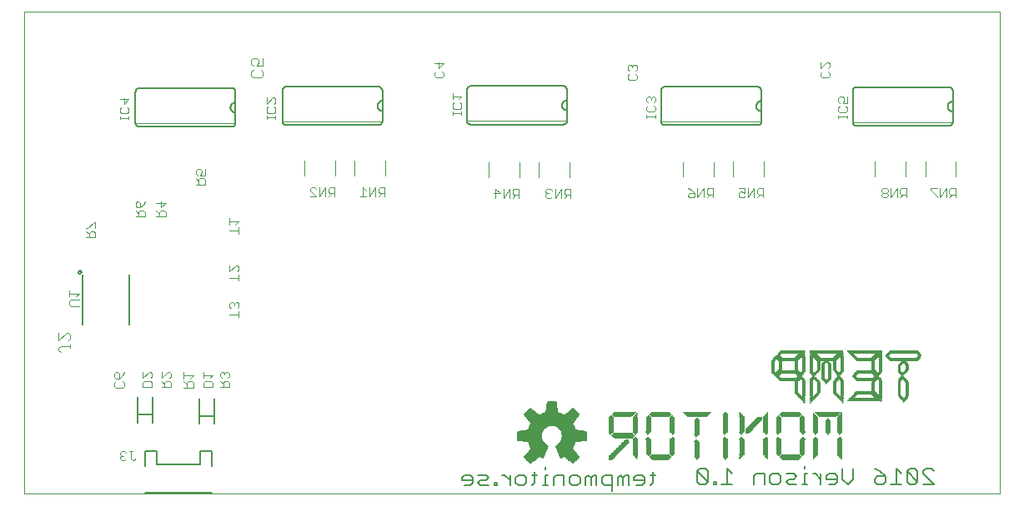
<source format=gbo>
G75*
%MOIN*%
%OFA0B0*%
%FSLAX25Y25*%
%IPPOS*%
%LPD*%
%AMOC8*
5,1,8,0,0,1.08239X$1,22.5*
%
%ADD10C,0.00000*%
%ADD11C,0.00600*%
%ADD12C,0.00800*%
%ADD13C,0.00300*%
%ADD14C,0.00200*%
%ADD15C,0.00400*%
%ADD16C,0.00500*%
%ADD17R,0.06750X0.00126*%
%ADD18R,0.00130X0.00126*%
%ADD19R,0.00120X0.00126*%
%ADD20R,0.01500X0.00126*%
%ADD21R,0.00250X0.00124*%
%ADD22R,0.00120X0.00124*%
%ADD23R,0.07000X0.00124*%
%ADD24R,0.00370X0.00124*%
%ADD25R,0.00380X0.00124*%
%ADD26R,0.00130X0.00124*%
%ADD27R,0.01620X0.00124*%
%ADD28R,0.00380X0.00126*%
%ADD29R,0.00250X0.00126*%
%ADD30R,0.07250X0.00126*%
%ADD31R,0.00630X0.00126*%
%ADD32R,0.00620X0.00126*%
%ADD33R,0.01750X0.00126*%
%ADD34R,0.00500X0.00125*%
%ADD35R,0.00370X0.00125*%
%ADD36R,0.07500X0.00125*%
%ADD37R,0.00870X0.00125*%
%ADD38R,0.00880X0.00125*%
%ADD39R,0.00380X0.00125*%
%ADD40R,0.01870X0.00125*%
%ADD41R,0.00630X0.00124*%
%ADD42R,0.00500X0.00124*%
%ADD43R,0.07750X0.00124*%
%ADD44R,0.01130X0.00124*%
%ADD45R,0.01120X0.00124*%
%ADD46R,0.02000X0.00124*%
%ADD47R,0.00750X0.00126*%
%ADD48R,0.08000X0.00126*%
%ADD49R,0.01370X0.00126*%
%ADD50R,0.01380X0.00126*%
%ADD51R,0.02120X0.00126*%
%ADD52R,0.00750X0.00125*%
%ADD53R,0.08250X0.00125*%
%ADD54R,0.01630X0.00125*%
%ADD55R,0.01620X0.00125*%
%ADD56R,0.02250X0.00125*%
%ADD57R,0.01000X0.00124*%
%ADD58R,0.00870X0.00124*%
%ADD59R,0.08500X0.00124*%
%ADD60R,0.01880X0.00124*%
%ADD61R,0.00880X0.00124*%
%ADD62R,0.02370X0.00124*%
%ADD63R,0.01130X0.00126*%
%ADD64R,0.01000X0.00126*%
%ADD65R,0.08630X0.00126*%
%ADD66R,0.02000X0.00126*%
%ADD67R,0.08620X0.00126*%
%ADD68R,0.02500X0.00126*%
%ADD69R,0.01250X0.00125*%
%ADD70R,0.01120X0.00125*%
%ADD71R,0.08370X0.00125*%
%ADD72R,0.02000X0.00125*%
%ADD73R,0.02120X0.00125*%
%ADD74R,0.08380X0.00125*%
%ADD75R,0.01130X0.00125*%
%ADD76R,0.02620X0.00125*%
%ADD77R,0.01380X0.00124*%
%ADD78R,0.01250X0.00124*%
%ADD79R,0.08130X0.00124*%
%ADD80R,0.02120X0.00124*%
%ADD81R,0.08120X0.00124*%
%ADD82R,0.02750X0.00124*%
%ADD83R,0.07870X0.00126*%
%ADD84R,0.07880X0.00126*%
%ADD85R,0.02870X0.00126*%
%ADD86R,0.01630X0.00124*%
%ADD87R,0.01500X0.00124*%
%ADD88R,0.07630X0.00124*%
%ADD89R,0.07620X0.00124*%
%ADD90R,0.02880X0.00124*%
%ADD91R,0.01620X0.00126*%
%ADD92R,0.07370X0.00126*%
%ADD93R,0.00500X0.00126*%
%ADD94R,0.07380X0.00126*%
%ADD95R,0.01630X0.00126*%
%ADD96R,0.01750X0.00124*%
%ADD97R,0.07130X0.00124*%
%ADD98R,0.00750X0.00124*%
%ADD99R,0.07120X0.00124*%
%ADD100R,0.06870X0.00125*%
%ADD101R,0.01000X0.00125*%
%ADD102R,0.06880X0.00125*%
%ADD103R,0.01880X0.00125*%
%ADD104R,0.02870X0.00125*%
%ADD105R,0.02130X0.00126*%
%ADD106R,0.01250X0.00126*%
%ADD107R,0.02880X0.00126*%
%ADD108R,0.02130X0.00125*%
%ADD109R,0.01500X0.00125*%
%ADD110R,0.02130X0.00124*%
%ADD111R,0.01870X0.00124*%
%ADD112R,0.01880X0.00126*%
%ADD113R,0.02880X0.00125*%
%ADD114R,0.02870X0.00124*%
%ADD115R,0.02750X0.00125*%
%ADD116R,0.02630X0.00125*%
%ADD117R,0.02500X0.00125*%
%ADD118R,0.02380X0.00125*%
%ADD119R,0.01750X0.00125*%
%ADD120R,0.00250X0.00125*%
%ADD121R,0.01370X0.00125*%
%ADD122R,0.01380X0.00125*%
%ADD123R,0.07380X0.00125*%
%ADD124R,0.00620X0.00124*%
%ADD125R,0.07880X0.00125*%
%ADD126R,0.08500X0.00125*%
%ADD127R,0.08750X0.00125*%
%ADD128R,0.09000X0.00126*%
%ADD129R,0.09120X0.00125*%
%ADD130R,0.09000X0.00125*%
%ADD131R,0.00130X0.00125*%
%ADD132R,0.08000X0.00125*%
%ADD133R,0.00630X0.00125*%
%ADD134R,0.00620X0.00125*%
%ADD135R,0.07750X0.00125*%
%ADD136R,0.07500X0.00124*%
%ADD137R,0.07120X0.00125*%
%ADD138R,0.02370X0.00125*%
%ADD139R,0.03000X0.00125*%
%ADD140R,0.03000X0.00126*%
%ADD141R,0.03000X0.00124*%
%ADD142R,0.02500X0.00124*%
%ADD143R,0.06870X0.00126*%
%ADD144R,0.01870X0.00126*%
%ADD145R,0.07620X0.00126*%
%ADD146R,0.06880X0.00126*%
%ADD147R,0.01120X0.00126*%
%ADD148R,0.07000X0.00125*%
%ADD149R,0.07130X0.00125*%
%ADD150R,0.07250X0.00125*%
%ADD151R,0.07370X0.00125*%
%ADD152R,0.08120X0.00125*%
%ADD153R,0.07630X0.00125*%
%ADD154R,0.08620X0.00125*%
%ADD155R,0.00120X0.00125*%
%ADD156R,0.08880X0.00125*%
%ADD157R,0.09380X0.00125*%
%ADD158R,0.08630X0.00125*%
%ADD159R,0.09620X0.00125*%
%ADD160R,0.09880X0.00125*%
%ADD161R,0.09250X0.00125*%
%ADD162R,0.08130X0.00125*%
%ADD163R,0.10120X0.00125*%
%ADD164R,0.09500X0.00125*%
%ADD165R,0.07870X0.00125*%
%ADD166R,0.10380X0.00125*%
%ADD167R,0.09750X0.00125*%
%ADD168R,0.10620X0.00125*%
%ADD169R,0.07620X0.00125*%
%ADD170R,0.10000X0.00125*%
%ADD171R,0.10880X0.00125*%
%ADD172R,0.10250X0.00125*%
%ADD173R,0.11120X0.00125*%
%ADD174R,0.10500X0.00125*%
%ADD175R,0.11380X0.00125*%
%ADD176R,0.00880X0.00126*%
%ADD177R,0.14130X0.00126*%
%ADD178R,0.00870X0.00126*%
%ADD179R,0.13870X0.00125*%
%ADD180R,0.13750X0.00125*%
%ADD181R,0.13620X0.00125*%
%ADD182R,0.13500X0.00125*%
%ADD183R,0.13370X0.00125*%
%ADD184R,0.13250X0.00125*%
%ADD185R,0.13120X0.00125*%
%ADD186R,0.13000X0.00125*%
%ADD187R,0.03120X0.00125*%
%ADD188R,0.03120X0.00124*%
%ADD189R,0.03250X0.00126*%
%ADD190R,0.02630X0.00126*%
%ADD191R,0.02620X0.00126*%
%ADD192R,0.03370X0.00124*%
%ADD193R,0.03500X0.00126*%
%ADD194R,0.03620X0.00124*%
%ADD195R,0.03750X0.00126*%
%ADD196R,0.03870X0.00124*%
%ADD197R,0.02750X0.00126*%
%ADD198R,0.09500X0.00124*%
%ADD199R,0.09250X0.00126*%
%ADD200R,0.09000X0.00124*%
%ADD201R,0.08750X0.00126*%
%ADD202R,0.02370X0.00126*%
%ADD203R,0.02630X0.00124*%
%ADD204R,0.01370X0.00124*%
%ADD205R,0.08250X0.00124*%
%ADD206R,0.08500X0.00126*%
%ADD207R,0.08750X0.00124*%
%ADD208R,0.03130X0.00126*%
%ADD209R,0.10500X0.00126*%
%ADD210R,0.03120X0.00126*%
%ADD211R,0.10500X0.00124*%
%ADD212R,0.02380X0.00124*%
%ADD213R,0.02250X0.00124*%
%ADD214R,0.02250X0.00126*%
%ADD215R,0.12500X0.00124*%
%ADD216R,0.12750X0.00126*%
%ADD217R,0.13000X0.00124*%
%ADD218R,0.13250X0.00126*%
%ADD219R,0.09750X0.00124*%
%ADD220R,0.09500X0.00126*%
%ADD221R,0.09250X0.00124*%
%ADD222R,0.11620X0.00125*%
%ADD223R,0.11880X0.00125*%
%ADD224R,0.12120X0.00124*%
%ADD225R,0.12380X0.00126*%
%ADD226R,0.10870X0.00126*%
%ADD227R,0.12620X0.00124*%
%ADD228R,0.09620X0.00124*%
%ADD229R,0.10880X0.00124*%
%ADD230R,0.12880X0.00126*%
%ADD231R,0.09750X0.00126*%
%ADD232R,0.13120X0.00124*%
%ADD233R,0.10000X0.00124*%
%ADD234R,0.02620X0.00124*%
%ADD235R,0.03870X0.00126*%
%ADD236R,0.03750X0.00124*%
%ADD237R,0.03620X0.00126*%
%ADD238R,0.03630X0.00126*%
%ADD239R,0.03500X0.00124*%
%ADD240R,0.03370X0.00126*%
%ADD241R,0.03380X0.00126*%
%ADD242R,0.03250X0.00124*%
%ADD243R,0.12880X0.00125*%
%ADD244R,0.12620X0.00125*%
%ADD245R,0.10370X0.00125*%
%ADD246R,0.12380X0.00125*%
%ADD247R,0.12120X0.00125*%
%ADD248R,0.11620X0.00124*%
%ADD249R,0.13750X0.00124*%
%ADD250R,0.13250X0.00124*%
%ADD251R,0.09870X0.00124*%
%ADD252R,0.11380X0.00126*%
%ADD253R,0.13870X0.00126*%
%ADD254R,0.13380X0.00126*%
%ADD255R,0.11120X0.00124*%
%ADD256R,0.14130X0.00124*%
%ADD257R,0.13620X0.00124*%
%ADD258C,0.00591*%
D10*
X0001000Y0006275D02*
X0001000Y0199189D01*
X0390764Y0199189D01*
X0390764Y0006275D01*
X0001000Y0006275D01*
D11*
X0024266Y0073920D02*
X0024266Y0094016D01*
X0042865Y0094016D02*
X0042865Y0073920D01*
X0175907Y0012710D02*
X0175907Y0011642D01*
X0180177Y0011642D01*
X0180177Y0010575D02*
X0180177Y0012710D01*
X0179110Y0013777D01*
X0176974Y0013777D01*
X0175907Y0012710D01*
X0179110Y0009507D02*
X0180177Y0010575D01*
X0179110Y0009507D02*
X0176974Y0009507D01*
X0182352Y0010575D02*
X0183420Y0011642D01*
X0185555Y0011642D01*
X0186623Y0012710D01*
X0185555Y0013777D01*
X0182352Y0013777D01*
X0182352Y0010575D02*
X0183420Y0009507D01*
X0186623Y0009507D01*
X0188778Y0009507D02*
X0188778Y0010575D01*
X0189845Y0010575D01*
X0189845Y0009507D01*
X0188778Y0009507D01*
X0193081Y0013777D02*
X0195217Y0011642D01*
X0195217Y0009507D02*
X0195217Y0013777D01*
X0193081Y0013777D02*
X0192014Y0013777D01*
X0197392Y0012710D02*
X0197392Y0010575D01*
X0198459Y0009507D01*
X0200595Y0009507D01*
X0201662Y0010575D01*
X0201662Y0012710D01*
X0200595Y0013777D01*
X0198459Y0013777D01*
X0197392Y0012710D01*
X0203824Y0013777D02*
X0205959Y0013777D01*
X0204892Y0014845D02*
X0204892Y0010575D01*
X0203824Y0009507D01*
X0208121Y0009507D02*
X0210256Y0009507D01*
X0209189Y0009507D02*
X0209189Y0013777D01*
X0210256Y0013777D01*
X0209189Y0015912D02*
X0209189Y0016980D01*
X0212431Y0012710D02*
X0212431Y0009507D01*
X0216702Y0009507D02*
X0216702Y0013777D01*
X0213499Y0013777D01*
X0212431Y0012710D01*
X0218877Y0012710D02*
X0218877Y0010575D01*
X0219944Y0009507D01*
X0222080Y0009507D01*
X0223147Y0010575D01*
X0223147Y0012710D01*
X0222080Y0013777D01*
X0219944Y0013777D01*
X0218877Y0012710D01*
X0225322Y0012710D02*
X0225322Y0009507D01*
X0227457Y0009507D02*
X0227457Y0012710D01*
X0226390Y0013777D01*
X0225322Y0012710D01*
X0227457Y0012710D02*
X0228525Y0013777D01*
X0229593Y0013777D01*
X0229593Y0009507D01*
X0231768Y0010575D02*
X0232835Y0009507D01*
X0236038Y0009507D01*
X0236038Y0007372D02*
X0236038Y0013777D01*
X0232835Y0013777D01*
X0231768Y0012710D01*
X0231768Y0010575D01*
X0238213Y0009507D02*
X0238213Y0012710D01*
X0239281Y0013777D01*
X0240348Y0012710D01*
X0240348Y0009507D01*
X0242484Y0009507D02*
X0242484Y0013777D01*
X0241416Y0013777D01*
X0240348Y0012710D01*
X0244659Y0012710D02*
X0244659Y0011642D01*
X0248929Y0011642D01*
X0248929Y0010575D02*
X0248929Y0012710D01*
X0247862Y0013777D01*
X0245726Y0013777D01*
X0244659Y0012710D01*
X0247862Y0009507D02*
X0248929Y0010575D01*
X0247862Y0009507D02*
X0245726Y0009507D01*
X0251091Y0009507D02*
X0252159Y0010575D01*
X0252159Y0014845D01*
X0253226Y0013777D02*
X0251091Y0013777D01*
X0270007Y0015345D02*
X0270007Y0011075D01*
X0271074Y0010007D01*
X0273210Y0010007D01*
X0274277Y0011075D01*
X0270007Y0015345D01*
X0271074Y0016412D01*
X0273210Y0016412D01*
X0274277Y0015345D01*
X0274277Y0011075D01*
X0276432Y0011075D02*
X0276432Y0010007D01*
X0277500Y0010007D01*
X0277500Y0011075D01*
X0276432Y0011075D01*
X0279675Y0010007D02*
X0283945Y0010007D01*
X0281810Y0010007D02*
X0281810Y0016412D01*
X0283945Y0014277D01*
X0292566Y0013210D02*
X0292566Y0010007D01*
X0296836Y0010007D02*
X0296836Y0014277D01*
X0293634Y0014277D01*
X0292566Y0013210D01*
X0299012Y0013210D02*
X0299012Y0011075D01*
X0300079Y0010007D01*
X0302214Y0010007D01*
X0303282Y0011075D01*
X0303282Y0013210D01*
X0302214Y0014277D01*
X0300079Y0014277D01*
X0299012Y0013210D01*
X0305457Y0014277D02*
X0308660Y0014277D01*
X0309727Y0013210D01*
X0308660Y0012142D01*
X0306525Y0012142D01*
X0305457Y0011075D01*
X0306525Y0010007D01*
X0309727Y0010007D01*
X0311889Y0010007D02*
X0314024Y0010007D01*
X0312957Y0010007D02*
X0312957Y0014277D01*
X0314024Y0014277D01*
X0316193Y0014277D02*
X0317260Y0014277D01*
X0319396Y0012142D01*
X0319396Y0010007D02*
X0319396Y0014277D01*
X0321571Y0013210D02*
X0321571Y0012142D01*
X0325841Y0012142D01*
X0325841Y0011075D02*
X0325841Y0013210D01*
X0324774Y0014277D01*
X0322638Y0014277D01*
X0321571Y0013210D01*
X0324774Y0010007D02*
X0325841Y0011075D01*
X0324774Y0010007D02*
X0322638Y0010007D01*
X0328016Y0012142D02*
X0328016Y0016412D01*
X0332287Y0016412D02*
X0332287Y0012142D01*
X0330151Y0010007D01*
X0328016Y0012142D01*
X0340907Y0012142D02*
X0340907Y0011075D01*
X0341975Y0010007D01*
X0344110Y0010007D01*
X0345178Y0011075D01*
X0345178Y0013210D01*
X0341975Y0013210D01*
X0340907Y0012142D01*
X0343042Y0015345D02*
X0345178Y0013210D01*
X0343042Y0015345D02*
X0340907Y0016412D01*
X0349488Y0016412D02*
X0351623Y0014277D01*
X0353798Y0015345D02*
X0354866Y0016412D01*
X0357001Y0016412D01*
X0358069Y0015345D01*
X0358069Y0011075D01*
X0353798Y0015345D01*
X0353798Y0011075D01*
X0354866Y0010007D01*
X0357001Y0010007D01*
X0358069Y0011075D01*
X0360244Y0010007D02*
X0364514Y0010007D01*
X0360244Y0014277D01*
X0360244Y0015345D01*
X0361311Y0016412D01*
X0363447Y0016412D01*
X0364514Y0015345D01*
X0351623Y0010007D02*
X0347353Y0010007D01*
X0349488Y0010007D02*
X0349488Y0016412D01*
X0312957Y0016412D02*
X0312957Y0017480D01*
X0294045Y0153904D02*
X0257045Y0153904D01*
X0256969Y0153906D01*
X0256893Y0153912D01*
X0256818Y0153921D01*
X0256743Y0153935D01*
X0256669Y0153952D01*
X0256596Y0153973D01*
X0256524Y0153997D01*
X0256453Y0154026D01*
X0256384Y0154057D01*
X0256317Y0154092D01*
X0256252Y0154131D01*
X0256188Y0154173D01*
X0256127Y0154218D01*
X0256068Y0154266D01*
X0256012Y0154317D01*
X0255958Y0154371D01*
X0255907Y0154427D01*
X0255859Y0154486D01*
X0255814Y0154547D01*
X0255772Y0154611D01*
X0255733Y0154676D01*
X0255698Y0154743D01*
X0255667Y0154812D01*
X0255638Y0154883D01*
X0255614Y0154955D01*
X0255593Y0155028D01*
X0255576Y0155102D01*
X0255562Y0155177D01*
X0255553Y0155252D01*
X0255547Y0155328D01*
X0255545Y0155404D01*
X0255545Y0167804D01*
X0255547Y0167880D01*
X0255553Y0167956D01*
X0255562Y0168031D01*
X0255576Y0168106D01*
X0255593Y0168180D01*
X0255614Y0168253D01*
X0255638Y0168325D01*
X0255667Y0168396D01*
X0255698Y0168465D01*
X0255733Y0168532D01*
X0255772Y0168597D01*
X0255814Y0168661D01*
X0255859Y0168722D01*
X0255907Y0168781D01*
X0255958Y0168837D01*
X0256012Y0168891D01*
X0256068Y0168942D01*
X0256127Y0168990D01*
X0256188Y0169035D01*
X0256252Y0169077D01*
X0256317Y0169116D01*
X0256384Y0169151D01*
X0256453Y0169182D01*
X0256524Y0169211D01*
X0256596Y0169235D01*
X0256669Y0169256D01*
X0256743Y0169273D01*
X0256818Y0169287D01*
X0256893Y0169296D01*
X0256969Y0169302D01*
X0257045Y0169304D01*
X0294045Y0169304D01*
X0294121Y0169302D01*
X0294197Y0169296D01*
X0294272Y0169287D01*
X0294347Y0169273D01*
X0294421Y0169256D01*
X0294494Y0169235D01*
X0294566Y0169211D01*
X0294637Y0169182D01*
X0294706Y0169151D01*
X0294773Y0169116D01*
X0294838Y0169077D01*
X0294902Y0169035D01*
X0294963Y0168990D01*
X0295022Y0168942D01*
X0295078Y0168891D01*
X0295132Y0168837D01*
X0295183Y0168781D01*
X0295231Y0168722D01*
X0295276Y0168661D01*
X0295318Y0168597D01*
X0295357Y0168532D01*
X0295392Y0168465D01*
X0295423Y0168396D01*
X0295452Y0168325D01*
X0295476Y0168253D01*
X0295497Y0168180D01*
X0295514Y0168106D01*
X0295528Y0168031D01*
X0295537Y0167956D01*
X0295543Y0167880D01*
X0295545Y0167804D01*
X0295545Y0163604D01*
X0295545Y0159604D01*
X0295545Y0155404D01*
X0295543Y0155328D01*
X0295537Y0155252D01*
X0295528Y0155177D01*
X0295514Y0155102D01*
X0295497Y0155028D01*
X0295476Y0154955D01*
X0295452Y0154883D01*
X0295423Y0154812D01*
X0295392Y0154743D01*
X0295357Y0154676D01*
X0295318Y0154611D01*
X0295276Y0154547D01*
X0295231Y0154486D01*
X0295183Y0154427D01*
X0295132Y0154371D01*
X0295078Y0154317D01*
X0295022Y0154266D01*
X0294963Y0154218D01*
X0294902Y0154173D01*
X0294838Y0154131D01*
X0294773Y0154092D01*
X0294706Y0154057D01*
X0294637Y0154026D01*
X0294566Y0153997D01*
X0294494Y0153973D01*
X0294421Y0153952D01*
X0294347Y0153935D01*
X0294272Y0153921D01*
X0294197Y0153912D01*
X0294121Y0153906D01*
X0294045Y0153904D01*
X0295545Y0159604D02*
X0295457Y0159606D01*
X0295368Y0159612D01*
X0295280Y0159622D01*
X0295193Y0159635D01*
X0295106Y0159653D01*
X0295020Y0159674D01*
X0294935Y0159699D01*
X0294852Y0159728D01*
X0294769Y0159761D01*
X0294689Y0159797D01*
X0294610Y0159836D01*
X0294532Y0159879D01*
X0294457Y0159926D01*
X0294384Y0159976D01*
X0294313Y0160029D01*
X0294244Y0160085D01*
X0294178Y0160144D01*
X0294115Y0160206D01*
X0294055Y0160270D01*
X0293997Y0160337D01*
X0293943Y0160407D01*
X0293891Y0160479D01*
X0293843Y0160553D01*
X0293798Y0160630D01*
X0293757Y0160708D01*
X0293719Y0160788D01*
X0293685Y0160869D01*
X0293654Y0160952D01*
X0293627Y0161037D01*
X0293604Y0161122D01*
X0293585Y0161208D01*
X0293569Y0161296D01*
X0293557Y0161383D01*
X0293549Y0161471D01*
X0293545Y0161560D01*
X0293545Y0161648D01*
X0293549Y0161737D01*
X0293557Y0161825D01*
X0293569Y0161912D01*
X0293585Y0162000D01*
X0293604Y0162086D01*
X0293627Y0162171D01*
X0293654Y0162256D01*
X0293685Y0162339D01*
X0293719Y0162420D01*
X0293757Y0162500D01*
X0293798Y0162578D01*
X0293843Y0162655D01*
X0293891Y0162729D01*
X0293943Y0162801D01*
X0293997Y0162871D01*
X0294055Y0162938D01*
X0294115Y0163002D01*
X0294178Y0163064D01*
X0294244Y0163123D01*
X0294313Y0163179D01*
X0294384Y0163232D01*
X0294457Y0163282D01*
X0294532Y0163329D01*
X0294610Y0163372D01*
X0294689Y0163411D01*
X0294769Y0163447D01*
X0294852Y0163480D01*
X0294935Y0163509D01*
X0295020Y0163534D01*
X0295106Y0163555D01*
X0295193Y0163573D01*
X0295280Y0163586D01*
X0295368Y0163596D01*
X0295457Y0163602D01*
X0295545Y0163604D01*
X0332102Y0167633D02*
X0332102Y0155233D01*
X0332104Y0155157D01*
X0332110Y0155081D01*
X0332119Y0155006D01*
X0332133Y0154931D01*
X0332150Y0154857D01*
X0332171Y0154784D01*
X0332195Y0154712D01*
X0332224Y0154641D01*
X0332255Y0154572D01*
X0332290Y0154505D01*
X0332329Y0154440D01*
X0332371Y0154376D01*
X0332416Y0154315D01*
X0332464Y0154256D01*
X0332515Y0154200D01*
X0332569Y0154146D01*
X0332625Y0154095D01*
X0332684Y0154047D01*
X0332745Y0154002D01*
X0332809Y0153960D01*
X0332874Y0153921D01*
X0332941Y0153886D01*
X0333010Y0153855D01*
X0333081Y0153826D01*
X0333153Y0153802D01*
X0333226Y0153781D01*
X0333300Y0153764D01*
X0333375Y0153750D01*
X0333450Y0153741D01*
X0333526Y0153735D01*
X0333602Y0153733D01*
X0370602Y0153733D01*
X0370678Y0153735D01*
X0370754Y0153741D01*
X0370829Y0153750D01*
X0370904Y0153764D01*
X0370978Y0153781D01*
X0371051Y0153802D01*
X0371123Y0153826D01*
X0371194Y0153855D01*
X0371263Y0153886D01*
X0371330Y0153921D01*
X0371395Y0153960D01*
X0371459Y0154002D01*
X0371520Y0154047D01*
X0371579Y0154095D01*
X0371635Y0154146D01*
X0371689Y0154200D01*
X0371740Y0154256D01*
X0371788Y0154315D01*
X0371833Y0154376D01*
X0371875Y0154440D01*
X0371914Y0154505D01*
X0371949Y0154572D01*
X0371980Y0154641D01*
X0372009Y0154712D01*
X0372033Y0154784D01*
X0372054Y0154857D01*
X0372071Y0154931D01*
X0372085Y0155006D01*
X0372094Y0155081D01*
X0372100Y0155157D01*
X0372102Y0155233D01*
X0372102Y0159433D01*
X0372102Y0163433D01*
X0372102Y0167633D01*
X0372100Y0167709D01*
X0372094Y0167785D01*
X0372085Y0167860D01*
X0372071Y0167935D01*
X0372054Y0168009D01*
X0372033Y0168082D01*
X0372009Y0168154D01*
X0371980Y0168225D01*
X0371949Y0168294D01*
X0371914Y0168361D01*
X0371875Y0168426D01*
X0371833Y0168490D01*
X0371788Y0168551D01*
X0371740Y0168610D01*
X0371689Y0168666D01*
X0371635Y0168720D01*
X0371579Y0168771D01*
X0371520Y0168819D01*
X0371459Y0168864D01*
X0371395Y0168906D01*
X0371330Y0168945D01*
X0371263Y0168980D01*
X0371194Y0169011D01*
X0371123Y0169040D01*
X0371051Y0169064D01*
X0370978Y0169085D01*
X0370904Y0169102D01*
X0370829Y0169116D01*
X0370754Y0169125D01*
X0370678Y0169131D01*
X0370602Y0169133D01*
X0333602Y0169133D01*
X0333526Y0169131D01*
X0333450Y0169125D01*
X0333375Y0169116D01*
X0333300Y0169102D01*
X0333226Y0169085D01*
X0333153Y0169064D01*
X0333081Y0169040D01*
X0333010Y0169011D01*
X0332941Y0168980D01*
X0332874Y0168945D01*
X0332809Y0168906D01*
X0332745Y0168864D01*
X0332684Y0168819D01*
X0332625Y0168771D01*
X0332569Y0168720D01*
X0332515Y0168666D01*
X0332464Y0168610D01*
X0332416Y0168551D01*
X0332371Y0168490D01*
X0332329Y0168426D01*
X0332290Y0168361D01*
X0332255Y0168294D01*
X0332224Y0168225D01*
X0332195Y0168154D01*
X0332171Y0168082D01*
X0332150Y0168009D01*
X0332133Y0167935D01*
X0332119Y0167860D01*
X0332110Y0167785D01*
X0332104Y0167709D01*
X0332102Y0167633D01*
X0372102Y0163433D02*
X0372014Y0163431D01*
X0371925Y0163425D01*
X0371837Y0163415D01*
X0371750Y0163402D01*
X0371663Y0163384D01*
X0371577Y0163363D01*
X0371492Y0163338D01*
X0371409Y0163309D01*
X0371326Y0163276D01*
X0371246Y0163240D01*
X0371167Y0163201D01*
X0371089Y0163158D01*
X0371014Y0163111D01*
X0370941Y0163061D01*
X0370870Y0163008D01*
X0370801Y0162952D01*
X0370735Y0162893D01*
X0370672Y0162831D01*
X0370612Y0162767D01*
X0370554Y0162700D01*
X0370500Y0162630D01*
X0370448Y0162558D01*
X0370400Y0162484D01*
X0370355Y0162407D01*
X0370314Y0162329D01*
X0370276Y0162249D01*
X0370242Y0162168D01*
X0370211Y0162085D01*
X0370184Y0162000D01*
X0370161Y0161915D01*
X0370142Y0161829D01*
X0370126Y0161741D01*
X0370114Y0161654D01*
X0370106Y0161566D01*
X0370102Y0161477D01*
X0370102Y0161389D01*
X0370106Y0161300D01*
X0370114Y0161212D01*
X0370126Y0161125D01*
X0370142Y0161037D01*
X0370161Y0160951D01*
X0370184Y0160866D01*
X0370211Y0160781D01*
X0370242Y0160698D01*
X0370276Y0160617D01*
X0370314Y0160537D01*
X0370355Y0160459D01*
X0370400Y0160382D01*
X0370448Y0160308D01*
X0370500Y0160236D01*
X0370554Y0160166D01*
X0370612Y0160099D01*
X0370672Y0160035D01*
X0370735Y0159973D01*
X0370801Y0159914D01*
X0370870Y0159858D01*
X0370941Y0159805D01*
X0371014Y0159755D01*
X0371089Y0159708D01*
X0371167Y0159665D01*
X0371246Y0159626D01*
X0371326Y0159590D01*
X0371409Y0159557D01*
X0371492Y0159528D01*
X0371577Y0159503D01*
X0371663Y0159482D01*
X0371750Y0159464D01*
X0371837Y0159451D01*
X0371925Y0159441D01*
X0372014Y0159435D01*
X0372102Y0159433D01*
X0217899Y0159848D02*
X0217899Y0155648D01*
X0217897Y0155572D01*
X0217891Y0155496D01*
X0217882Y0155421D01*
X0217868Y0155346D01*
X0217851Y0155272D01*
X0217830Y0155199D01*
X0217806Y0155127D01*
X0217777Y0155056D01*
X0217746Y0154987D01*
X0217711Y0154920D01*
X0217672Y0154855D01*
X0217630Y0154791D01*
X0217585Y0154730D01*
X0217537Y0154671D01*
X0217486Y0154615D01*
X0217432Y0154561D01*
X0217376Y0154510D01*
X0217317Y0154462D01*
X0217256Y0154417D01*
X0217192Y0154375D01*
X0217127Y0154336D01*
X0217060Y0154301D01*
X0216991Y0154270D01*
X0216920Y0154241D01*
X0216848Y0154217D01*
X0216775Y0154196D01*
X0216701Y0154179D01*
X0216626Y0154165D01*
X0216551Y0154156D01*
X0216475Y0154150D01*
X0216399Y0154148D01*
X0179399Y0154148D01*
X0179323Y0154150D01*
X0179247Y0154156D01*
X0179172Y0154165D01*
X0179097Y0154179D01*
X0179023Y0154196D01*
X0178950Y0154217D01*
X0178878Y0154241D01*
X0178807Y0154270D01*
X0178738Y0154301D01*
X0178671Y0154336D01*
X0178606Y0154375D01*
X0178542Y0154417D01*
X0178481Y0154462D01*
X0178422Y0154510D01*
X0178366Y0154561D01*
X0178312Y0154615D01*
X0178261Y0154671D01*
X0178213Y0154730D01*
X0178168Y0154791D01*
X0178126Y0154855D01*
X0178087Y0154920D01*
X0178052Y0154987D01*
X0178021Y0155056D01*
X0177992Y0155127D01*
X0177968Y0155199D01*
X0177947Y0155272D01*
X0177930Y0155346D01*
X0177916Y0155421D01*
X0177907Y0155496D01*
X0177901Y0155572D01*
X0177899Y0155648D01*
X0177899Y0168048D01*
X0177901Y0168124D01*
X0177907Y0168200D01*
X0177916Y0168275D01*
X0177930Y0168350D01*
X0177947Y0168424D01*
X0177968Y0168497D01*
X0177992Y0168569D01*
X0178021Y0168640D01*
X0178052Y0168709D01*
X0178087Y0168776D01*
X0178126Y0168841D01*
X0178168Y0168905D01*
X0178213Y0168966D01*
X0178261Y0169025D01*
X0178312Y0169081D01*
X0178366Y0169135D01*
X0178422Y0169186D01*
X0178481Y0169234D01*
X0178542Y0169279D01*
X0178606Y0169321D01*
X0178671Y0169360D01*
X0178738Y0169395D01*
X0178807Y0169426D01*
X0178878Y0169455D01*
X0178950Y0169479D01*
X0179023Y0169500D01*
X0179097Y0169517D01*
X0179172Y0169531D01*
X0179247Y0169540D01*
X0179323Y0169546D01*
X0179399Y0169548D01*
X0216399Y0169548D01*
X0216475Y0169546D01*
X0216551Y0169540D01*
X0216626Y0169531D01*
X0216701Y0169517D01*
X0216775Y0169500D01*
X0216848Y0169479D01*
X0216920Y0169455D01*
X0216991Y0169426D01*
X0217060Y0169395D01*
X0217127Y0169360D01*
X0217192Y0169321D01*
X0217256Y0169279D01*
X0217317Y0169234D01*
X0217376Y0169186D01*
X0217432Y0169135D01*
X0217486Y0169081D01*
X0217537Y0169025D01*
X0217585Y0168966D01*
X0217630Y0168905D01*
X0217672Y0168841D01*
X0217711Y0168776D01*
X0217746Y0168709D01*
X0217777Y0168640D01*
X0217806Y0168569D01*
X0217830Y0168497D01*
X0217851Y0168424D01*
X0217868Y0168350D01*
X0217882Y0168275D01*
X0217891Y0168200D01*
X0217897Y0168124D01*
X0217899Y0168048D01*
X0217899Y0163848D01*
X0217899Y0159848D01*
X0217811Y0159850D01*
X0217722Y0159856D01*
X0217634Y0159866D01*
X0217547Y0159879D01*
X0217460Y0159897D01*
X0217374Y0159918D01*
X0217289Y0159943D01*
X0217206Y0159972D01*
X0217123Y0160005D01*
X0217043Y0160041D01*
X0216964Y0160080D01*
X0216886Y0160123D01*
X0216811Y0160170D01*
X0216738Y0160220D01*
X0216667Y0160273D01*
X0216598Y0160329D01*
X0216532Y0160388D01*
X0216469Y0160450D01*
X0216409Y0160514D01*
X0216351Y0160581D01*
X0216297Y0160651D01*
X0216245Y0160723D01*
X0216197Y0160797D01*
X0216152Y0160874D01*
X0216111Y0160952D01*
X0216073Y0161032D01*
X0216039Y0161113D01*
X0216008Y0161196D01*
X0215981Y0161281D01*
X0215958Y0161366D01*
X0215939Y0161452D01*
X0215923Y0161540D01*
X0215911Y0161627D01*
X0215903Y0161715D01*
X0215899Y0161804D01*
X0215899Y0161892D01*
X0215903Y0161981D01*
X0215911Y0162069D01*
X0215923Y0162156D01*
X0215939Y0162244D01*
X0215958Y0162330D01*
X0215981Y0162415D01*
X0216008Y0162500D01*
X0216039Y0162583D01*
X0216073Y0162664D01*
X0216111Y0162744D01*
X0216152Y0162822D01*
X0216197Y0162899D01*
X0216245Y0162973D01*
X0216297Y0163045D01*
X0216351Y0163115D01*
X0216409Y0163182D01*
X0216469Y0163246D01*
X0216532Y0163308D01*
X0216598Y0163367D01*
X0216667Y0163423D01*
X0216738Y0163476D01*
X0216811Y0163526D01*
X0216886Y0163573D01*
X0216964Y0163616D01*
X0217043Y0163655D01*
X0217123Y0163691D01*
X0217206Y0163724D01*
X0217289Y0163753D01*
X0217374Y0163778D01*
X0217460Y0163799D01*
X0217547Y0163817D01*
X0217634Y0163830D01*
X0217722Y0163840D01*
X0217811Y0163846D01*
X0217899Y0163848D01*
X0144108Y0163647D02*
X0144108Y0159647D01*
X0144108Y0155447D01*
X0144106Y0155371D01*
X0144100Y0155295D01*
X0144091Y0155220D01*
X0144077Y0155145D01*
X0144060Y0155071D01*
X0144039Y0154998D01*
X0144015Y0154926D01*
X0143986Y0154855D01*
X0143955Y0154786D01*
X0143920Y0154719D01*
X0143881Y0154654D01*
X0143839Y0154590D01*
X0143794Y0154529D01*
X0143746Y0154470D01*
X0143695Y0154414D01*
X0143641Y0154360D01*
X0143585Y0154309D01*
X0143526Y0154261D01*
X0143465Y0154216D01*
X0143401Y0154174D01*
X0143336Y0154135D01*
X0143269Y0154100D01*
X0143200Y0154069D01*
X0143129Y0154040D01*
X0143057Y0154016D01*
X0142984Y0153995D01*
X0142910Y0153978D01*
X0142835Y0153964D01*
X0142760Y0153955D01*
X0142684Y0153949D01*
X0142608Y0153947D01*
X0105608Y0153947D01*
X0105532Y0153949D01*
X0105456Y0153955D01*
X0105381Y0153964D01*
X0105306Y0153978D01*
X0105232Y0153995D01*
X0105159Y0154016D01*
X0105087Y0154040D01*
X0105016Y0154069D01*
X0104947Y0154100D01*
X0104880Y0154135D01*
X0104815Y0154174D01*
X0104751Y0154216D01*
X0104690Y0154261D01*
X0104631Y0154309D01*
X0104575Y0154360D01*
X0104521Y0154414D01*
X0104470Y0154470D01*
X0104422Y0154529D01*
X0104377Y0154590D01*
X0104335Y0154654D01*
X0104296Y0154719D01*
X0104261Y0154786D01*
X0104230Y0154855D01*
X0104201Y0154926D01*
X0104177Y0154998D01*
X0104156Y0155071D01*
X0104139Y0155145D01*
X0104125Y0155220D01*
X0104116Y0155295D01*
X0104110Y0155371D01*
X0104108Y0155447D01*
X0104108Y0167847D01*
X0104110Y0167923D01*
X0104116Y0167999D01*
X0104125Y0168074D01*
X0104139Y0168149D01*
X0104156Y0168223D01*
X0104177Y0168296D01*
X0104201Y0168368D01*
X0104230Y0168439D01*
X0104261Y0168508D01*
X0104296Y0168575D01*
X0104335Y0168640D01*
X0104377Y0168704D01*
X0104422Y0168765D01*
X0104470Y0168824D01*
X0104521Y0168880D01*
X0104575Y0168934D01*
X0104631Y0168985D01*
X0104690Y0169033D01*
X0104751Y0169078D01*
X0104815Y0169120D01*
X0104880Y0169159D01*
X0104947Y0169194D01*
X0105016Y0169225D01*
X0105087Y0169254D01*
X0105159Y0169278D01*
X0105232Y0169299D01*
X0105306Y0169316D01*
X0105381Y0169330D01*
X0105456Y0169339D01*
X0105532Y0169345D01*
X0105608Y0169347D01*
X0142608Y0169347D01*
X0142684Y0169345D01*
X0142760Y0169339D01*
X0142835Y0169330D01*
X0142910Y0169316D01*
X0142984Y0169299D01*
X0143057Y0169278D01*
X0143129Y0169254D01*
X0143200Y0169225D01*
X0143269Y0169194D01*
X0143336Y0169159D01*
X0143401Y0169120D01*
X0143465Y0169078D01*
X0143526Y0169033D01*
X0143585Y0168985D01*
X0143641Y0168934D01*
X0143695Y0168880D01*
X0143746Y0168824D01*
X0143794Y0168765D01*
X0143839Y0168704D01*
X0143881Y0168640D01*
X0143920Y0168575D01*
X0143955Y0168508D01*
X0143986Y0168439D01*
X0144015Y0168368D01*
X0144039Y0168296D01*
X0144060Y0168223D01*
X0144077Y0168149D01*
X0144091Y0168074D01*
X0144100Y0167999D01*
X0144106Y0167923D01*
X0144108Y0167847D01*
X0144108Y0163647D01*
X0144020Y0163645D01*
X0143931Y0163639D01*
X0143843Y0163629D01*
X0143756Y0163616D01*
X0143669Y0163598D01*
X0143583Y0163577D01*
X0143498Y0163552D01*
X0143415Y0163523D01*
X0143332Y0163490D01*
X0143252Y0163454D01*
X0143173Y0163415D01*
X0143095Y0163372D01*
X0143020Y0163325D01*
X0142947Y0163275D01*
X0142876Y0163222D01*
X0142807Y0163166D01*
X0142741Y0163107D01*
X0142678Y0163045D01*
X0142618Y0162981D01*
X0142560Y0162914D01*
X0142506Y0162844D01*
X0142454Y0162772D01*
X0142406Y0162698D01*
X0142361Y0162621D01*
X0142320Y0162543D01*
X0142282Y0162463D01*
X0142248Y0162382D01*
X0142217Y0162299D01*
X0142190Y0162214D01*
X0142167Y0162129D01*
X0142148Y0162043D01*
X0142132Y0161955D01*
X0142120Y0161868D01*
X0142112Y0161780D01*
X0142108Y0161691D01*
X0142108Y0161603D01*
X0142112Y0161514D01*
X0142120Y0161426D01*
X0142132Y0161339D01*
X0142148Y0161251D01*
X0142167Y0161165D01*
X0142190Y0161080D01*
X0142217Y0160995D01*
X0142248Y0160912D01*
X0142282Y0160831D01*
X0142320Y0160751D01*
X0142361Y0160673D01*
X0142406Y0160596D01*
X0142454Y0160522D01*
X0142506Y0160450D01*
X0142560Y0160380D01*
X0142618Y0160313D01*
X0142678Y0160249D01*
X0142741Y0160187D01*
X0142807Y0160128D01*
X0142876Y0160072D01*
X0142947Y0160019D01*
X0143020Y0159969D01*
X0143095Y0159922D01*
X0143173Y0159879D01*
X0143252Y0159840D01*
X0143332Y0159804D01*
X0143415Y0159771D01*
X0143498Y0159742D01*
X0143583Y0159717D01*
X0143669Y0159696D01*
X0143756Y0159678D01*
X0143843Y0159665D01*
X0143931Y0159655D01*
X0144020Y0159649D01*
X0144108Y0159647D01*
X0085407Y0159033D02*
X0085407Y0154833D01*
X0085405Y0154757D01*
X0085399Y0154681D01*
X0085390Y0154606D01*
X0085376Y0154531D01*
X0085359Y0154457D01*
X0085338Y0154384D01*
X0085314Y0154312D01*
X0085285Y0154241D01*
X0085254Y0154172D01*
X0085219Y0154105D01*
X0085180Y0154040D01*
X0085138Y0153976D01*
X0085093Y0153915D01*
X0085045Y0153856D01*
X0084994Y0153800D01*
X0084940Y0153746D01*
X0084884Y0153695D01*
X0084825Y0153647D01*
X0084764Y0153602D01*
X0084700Y0153560D01*
X0084635Y0153521D01*
X0084568Y0153486D01*
X0084499Y0153455D01*
X0084428Y0153426D01*
X0084356Y0153402D01*
X0084283Y0153381D01*
X0084209Y0153364D01*
X0084134Y0153350D01*
X0084059Y0153341D01*
X0083983Y0153335D01*
X0083907Y0153333D01*
X0046907Y0153333D01*
X0046831Y0153335D01*
X0046755Y0153341D01*
X0046680Y0153350D01*
X0046605Y0153364D01*
X0046531Y0153381D01*
X0046458Y0153402D01*
X0046386Y0153426D01*
X0046315Y0153455D01*
X0046246Y0153486D01*
X0046179Y0153521D01*
X0046114Y0153560D01*
X0046050Y0153602D01*
X0045989Y0153647D01*
X0045930Y0153695D01*
X0045874Y0153746D01*
X0045820Y0153800D01*
X0045769Y0153856D01*
X0045721Y0153915D01*
X0045676Y0153976D01*
X0045634Y0154040D01*
X0045595Y0154105D01*
X0045560Y0154172D01*
X0045529Y0154241D01*
X0045500Y0154312D01*
X0045476Y0154384D01*
X0045455Y0154457D01*
X0045438Y0154531D01*
X0045424Y0154606D01*
X0045415Y0154681D01*
X0045409Y0154757D01*
X0045407Y0154833D01*
X0045407Y0167233D01*
X0045409Y0167309D01*
X0045415Y0167385D01*
X0045424Y0167460D01*
X0045438Y0167535D01*
X0045455Y0167609D01*
X0045476Y0167682D01*
X0045500Y0167754D01*
X0045529Y0167825D01*
X0045560Y0167894D01*
X0045595Y0167961D01*
X0045634Y0168026D01*
X0045676Y0168090D01*
X0045721Y0168151D01*
X0045769Y0168210D01*
X0045820Y0168266D01*
X0045874Y0168320D01*
X0045930Y0168371D01*
X0045989Y0168419D01*
X0046050Y0168464D01*
X0046114Y0168506D01*
X0046179Y0168545D01*
X0046246Y0168580D01*
X0046315Y0168611D01*
X0046386Y0168640D01*
X0046458Y0168664D01*
X0046531Y0168685D01*
X0046605Y0168702D01*
X0046680Y0168716D01*
X0046755Y0168725D01*
X0046831Y0168731D01*
X0046907Y0168733D01*
X0083907Y0168733D01*
X0083983Y0168731D01*
X0084059Y0168725D01*
X0084134Y0168716D01*
X0084209Y0168702D01*
X0084283Y0168685D01*
X0084356Y0168664D01*
X0084428Y0168640D01*
X0084499Y0168611D01*
X0084568Y0168580D01*
X0084635Y0168545D01*
X0084700Y0168506D01*
X0084764Y0168464D01*
X0084825Y0168419D01*
X0084884Y0168371D01*
X0084940Y0168320D01*
X0084994Y0168266D01*
X0085045Y0168210D01*
X0085093Y0168151D01*
X0085138Y0168090D01*
X0085180Y0168026D01*
X0085219Y0167961D01*
X0085254Y0167894D01*
X0085285Y0167825D01*
X0085314Y0167754D01*
X0085338Y0167682D01*
X0085359Y0167609D01*
X0085376Y0167535D01*
X0085390Y0167460D01*
X0085399Y0167385D01*
X0085405Y0167309D01*
X0085407Y0167233D01*
X0085407Y0163033D01*
X0085407Y0159033D01*
X0085319Y0159035D01*
X0085230Y0159041D01*
X0085142Y0159051D01*
X0085055Y0159064D01*
X0084968Y0159082D01*
X0084882Y0159103D01*
X0084797Y0159128D01*
X0084714Y0159157D01*
X0084631Y0159190D01*
X0084551Y0159226D01*
X0084472Y0159265D01*
X0084394Y0159308D01*
X0084319Y0159355D01*
X0084246Y0159405D01*
X0084175Y0159458D01*
X0084106Y0159514D01*
X0084040Y0159573D01*
X0083977Y0159635D01*
X0083917Y0159699D01*
X0083859Y0159766D01*
X0083805Y0159836D01*
X0083753Y0159908D01*
X0083705Y0159982D01*
X0083660Y0160059D01*
X0083619Y0160137D01*
X0083581Y0160217D01*
X0083547Y0160298D01*
X0083516Y0160381D01*
X0083489Y0160466D01*
X0083466Y0160551D01*
X0083447Y0160637D01*
X0083431Y0160725D01*
X0083419Y0160812D01*
X0083411Y0160900D01*
X0083407Y0160989D01*
X0083407Y0161077D01*
X0083411Y0161166D01*
X0083419Y0161254D01*
X0083431Y0161341D01*
X0083447Y0161429D01*
X0083466Y0161515D01*
X0083489Y0161600D01*
X0083516Y0161685D01*
X0083547Y0161768D01*
X0083581Y0161849D01*
X0083619Y0161929D01*
X0083660Y0162007D01*
X0083705Y0162084D01*
X0083753Y0162158D01*
X0083805Y0162230D01*
X0083859Y0162300D01*
X0083917Y0162367D01*
X0083977Y0162431D01*
X0084040Y0162493D01*
X0084106Y0162552D01*
X0084175Y0162608D01*
X0084246Y0162661D01*
X0084319Y0162711D01*
X0084394Y0162758D01*
X0084472Y0162801D01*
X0084551Y0162840D01*
X0084631Y0162876D01*
X0084714Y0162909D01*
X0084797Y0162938D01*
X0084882Y0162963D01*
X0084968Y0162984D01*
X0085055Y0163002D01*
X0085142Y0163015D01*
X0085230Y0163025D01*
X0085319Y0163031D01*
X0085407Y0163033D01*
D12*
X0076994Y0044431D02*
X0076994Y0037344D01*
X0070892Y0037344D01*
X0070892Y0044431D01*
X0070892Y0037344D02*
X0070892Y0034194D01*
X0076994Y0034194D02*
X0076994Y0037344D01*
X0052367Y0037850D02*
X0052367Y0034701D01*
X0052367Y0037850D02*
X0046265Y0037850D01*
X0046265Y0044937D01*
X0052367Y0044937D02*
X0052367Y0037850D01*
X0046265Y0037850D02*
X0046265Y0034701D01*
X0049146Y0023496D02*
X0049146Y0017197D01*
X0053870Y0017984D02*
X0053870Y0023496D01*
X0049146Y0023496D01*
X0053870Y0017984D02*
X0071193Y0017984D01*
X0071193Y0023496D01*
X0075917Y0023496D01*
X0075917Y0017197D01*
X0075917Y0006567D02*
X0049146Y0006567D01*
D13*
X0044764Y0019648D02*
X0044146Y0019648D01*
X0043529Y0020265D01*
X0043529Y0023351D01*
X0044146Y0023351D02*
X0042912Y0023351D01*
X0041698Y0022733D02*
X0041080Y0023351D01*
X0039846Y0023351D01*
X0039229Y0022733D01*
X0039229Y0022116D01*
X0039846Y0021499D01*
X0039229Y0020882D01*
X0039229Y0020265D01*
X0039846Y0019648D01*
X0041080Y0019648D01*
X0041698Y0020265D01*
X0040463Y0021499D02*
X0039846Y0021499D01*
X0044764Y0019648D02*
X0045381Y0020265D01*
X0048366Y0048969D02*
X0048366Y0050820D01*
X0048983Y0051438D01*
X0051452Y0051438D01*
X0052069Y0050820D01*
X0052069Y0048969D01*
X0048366Y0048969D01*
X0048366Y0052652D02*
X0050835Y0055121D01*
X0051452Y0055121D01*
X0052069Y0054504D01*
X0052069Y0053269D01*
X0051452Y0052652D01*
X0048366Y0052652D02*
X0048366Y0055121D01*
X0055837Y0055003D02*
X0055837Y0052535D01*
X0058305Y0055003D01*
X0058923Y0055003D01*
X0059540Y0054386D01*
X0059540Y0053152D01*
X0058923Y0052535D01*
X0058923Y0051320D02*
X0057688Y0051320D01*
X0057071Y0050703D01*
X0057071Y0048851D01*
X0055837Y0048851D02*
X0059540Y0048851D01*
X0059540Y0050703D01*
X0058923Y0051320D01*
X0057071Y0050086D02*
X0055837Y0051320D01*
X0064730Y0051207D02*
X0065964Y0049972D01*
X0065964Y0050590D02*
X0065964Y0048738D01*
X0064730Y0048738D02*
X0068433Y0048738D01*
X0068433Y0050590D01*
X0067815Y0051207D01*
X0066581Y0051207D01*
X0065964Y0050590D01*
X0067198Y0052421D02*
X0068433Y0053656D01*
X0064730Y0053656D01*
X0064730Y0054890D02*
X0064730Y0052421D01*
X0072493Y0052546D02*
X0072493Y0055014D01*
X0072493Y0053780D02*
X0076196Y0053780D01*
X0074962Y0052546D01*
X0075579Y0051331D02*
X0073110Y0051331D01*
X0072493Y0050714D01*
X0072493Y0048862D01*
X0076196Y0048862D01*
X0076196Y0050714D01*
X0075579Y0051331D01*
X0079193Y0051431D02*
X0080427Y0050197D01*
X0080427Y0050814D02*
X0080427Y0048962D01*
X0079193Y0048962D02*
X0082896Y0048962D01*
X0082896Y0050814D01*
X0082278Y0051431D01*
X0081044Y0051431D01*
X0080427Y0050814D01*
X0079810Y0052646D02*
X0079193Y0053263D01*
X0079193Y0054497D01*
X0079810Y0055114D01*
X0080427Y0055114D01*
X0081044Y0054497D01*
X0081044Y0053880D01*
X0081044Y0054497D02*
X0081661Y0055114D01*
X0082278Y0055114D01*
X0082896Y0054497D01*
X0082896Y0053263D01*
X0082278Y0052646D01*
X0040785Y0050609D02*
X0040785Y0049374D01*
X0040167Y0048757D01*
X0037699Y0048757D01*
X0037081Y0049374D01*
X0037081Y0050609D01*
X0037699Y0051226D01*
X0037699Y0052440D02*
X0037081Y0053057D01*
X0037081Y0054292D01*
X0037699Y0054909D01*
X0038316Y0054909D01*
X0038933Y0054292D01*
X0038933Y0052440D01*
X0037699Y0052440D01*
X0038933Y0052440D02*
X0040167Y0053675D01*
X0040785Y0054909D01*
X0040167Y0051226D02*
X0040785Y0050609D01*
X0086726Y0076866D02*
X0086726Y0079334D01*
X0086726Y0078100D02*
X0083022Y0078100D01*
X0083640Y0080549D02*
X0083022Y0081166D01*
X0083022Y0082400D01*
X0083640Y0083018D01*
X0084257Y0083018D01*
X0084874Y0082400D01*
X0084874Y0081783D01*
X0084874Y0082400D02*
X0085491Y0083018D01*
X0086108Y0083018D01*
X0086726Y0082400D01*
X0086726Y0081166D01*
X0086108Y0080549D01*
X0086726Y0091566D02*
X0086726Y0094034D01*
X0086726Y0092800D02*
X0083022Y0092800D01*
X0083022Y0095249D02*
X0085491Y0097718D01*
X0086108Y0097718D01*
X0086726Y0097100D01*
X0086726Y0095866D01*
X0086108Y0095249D01*
X0083022Y0095249D02*
X0083022Y0097718D01*
X0086526Y0110466D02*
X0086526Y0112934D01*
X0086526Y0111700D02*
X0082822Y0111700D01*
X0082822Y0114149D02*
X0082822Y0116618D01*
X0082822Y0115383D02*
X0086526Y0115383D01*
X0085291Y0114149D01*
X0073219Y0130114D02*
X0069515Y0130114D01*
X0070750Y0130114D02*
X0070750Y0131965D01*
X0071367Y0132582D01*
X0072601Y0132582D01*
X0073219Y0131965D01*
X0073219Y0130114D01*
X0070750Y0131348D02*
X0069515Y0132582D01*
X0070133Y0133797D02*
X0069515Y0134414D01*
X0069515Y0135648D01*
X0070133Y0136265D01*
X0071367Y0136265D01*
X0071984Y0135648D01*
X0071984Y0135031D01*
X0071367Y0133797D01*
X0073219Y0133797D01*
X0073219Y0136265D01*
X0057431Y0122748D02*
X0053728Y0122748D01*
X0055580Y0123365D02*
X0055580Y0120897D01*
X0057431Y0122748D01*
X0056814Y0119682D02*
X0055580Y0119682D01*
X0054962Y0119065D01*
X0054962Y0117214D01*
X0054962Y0118448D02*
X0053728Y0119682D01*
X0053728Y0117214D02*
X0057431Y0117214D01*
X0057431Y0119065D01*
X0056814Y0119682D01*
X0049125Y0119065D02*
X0049125Y0117214D01*
X0045422Y0117214D01*
X0046656Y0117214D02*
X0046656Y0119065D01*
X0047273Y0119682D01*
X0048508Y0119682D01*
X0049125Y0119065D01*
X0046656Y0118448D02*
X0045422Y0119682D01*
X0046039Y0120897D02*
X0045422Y0121514D01*
X0045422Y0122748D01*
X0046039Y0123365D01*
X0046656Y0123365D01*
X0047273Y0122748D01*
X0047273Y0120897D01*
X0046039Y0120897D01*
X0047273Y0120897D02*
X0048508Y0122131D01*
X0049125Y0123365D01*
X0029385Y0115109D02*
X0029385Y0112640D01*
X0028767Y0111426D02*
X0027533Y0111426D01*
X0026916Y0110809D01*
X0026916Y0108957D01*
X0026916Y0110191D02*
X0025681Y0111426D01*
X0025681Y0112640D02*
X0026299Y0112640D01*
X0028767Y0115109D01*
X0029385Y0115109D01*
X0028767Y0111426D02*
X0029385Y0110809D01*
X0029385Y0108957D01*
X0025681Y0108957D01*
X0019070Y0087643D02*
X0019070Y0085174D01*
X0019070Y0086408D02*
X0022774Y0086408D01*
X0021539Y0085174D01*
X0022774Y0083960D02*
X0019688Y0083960D01*
X0019070Y0083342D01*
X0019070Y0082108D01*
X0019688Y0081491D01*
X0022774Y0081491D01*
X0115172Y0125297D02*
X0117641Y0125297D01*
X0115172Y0127766D01*
X0115172Y0128383D01*
X0115789Y0129000D01*
X0117024Y0129000D01*
X0117641Y0128383D01*
X0118855Y0129000D02*
X0118855Y0125297D01*
X0121324Y0129000D01*
X0121324Y0125297D01*
X0122539Y0125297D02*
X0123773Y0126532D01*
X0123156Y0126532D02*
X0125007Y0126532D01*
X0125007Y0125297D02*
X0125007Y0129000D01*
X0123156Y0129000D01*
X0122539Y0128383D01*
X0122539Y0127149D01*
X0123156Y0126532D01*
X0135172Y0125297D02*
X0137641Y0125297D01*
X0138855Y0125297D02*
X0138855Y0129000D01*
X0137641Y0127766D02*
X0136407Y0129000D01*
X0136407Y0125297D01*
X0138855Y0125297D02*
X0141324Y0129000D01*
X0141324Y0125297D01*
X0142539Y0125297D02*
X0143773Y0126532D01*
X0143156Y0126532D02*
X0145007Y0126532D01*
X0145007Y0125297D02*
X0145007Y0129000D01*
X0143156Y0129000D01*
X0142539Y0128383D01*
X0142539Y0127149D01*
X0143156Y0126532D01*
X0188747Y0126550D02*
X0191216Y0126550D01*
X0189364Y0128402D01*
X0189364Y0124699D01*
X0192430Y0124699D02*
X0192430Y0128402D01*
X0194899Y0128402D02*
X0192430Y0124699D01*
X0194899Y0124699D02*
X0194899Y0128402D01*
X0196113Y0127785D02*
X0196113Y0126550D01*
X0196731Y0125933D01*
X0198582Y0125933D01*
X0197348Y0125933D02*
X0196113Y0124699D01*
X0198582Y0124699D02*
X0198582Y0128402D01*
X0196731Y0128402D01*
X0196113Y0127785D01*
X0209412Y0127785D02*
X0209412Y0127167D01*
X0210030Y0126550D01*
X0209412Y0125933D01*
X0209412Y0125316D01*
X0210030Y0124699D01*
X0211264Y0124699D01*
X0211881Y0125316D01*
X0213096Y0124699D02*
X0213096Y0128402D01*
X0211881Y0127785D02*
X0211264Y0128402D01*
X0210030Y0128402D01*
X0209412Y0127785D01*
X0210030Y0126550D02*
X0210647Y0126550D01*
X0213096Y0124699D02*
X0215564Y0128402D01*
X0215564Y0124699D01*
X0216779Y0124699D02*
X0218013Y0125933D01*
X0217396Y0125933D02*
X0219247Y0125933D01*
X0219247Y0124699D02*
X0219247Y0128402D01*
X0217396Y0128402D01*
X0216779Y0127785D01*
X0216779Y0126550D01*
X0217396Y0125933D01*
X0266401Y0126079D02*
X0267018Y0126696D01*
X0268869Y0126696D01*
X0268869Y0125462D01*
X0268252Y0124844D01*
X0267018Y0124844D01*
X0266401Y0125462D01*
X0266401Y0126079D01*
X0267635Y0127930D02*
X0268869Y0126696D01*
X0267635Y0127930D02*
X0266401Y0128548D01*
X0270084Y0128548D02*
X0270084Y0124844D01*
X0272553Y0128548D01*
X0272553Y0124844D01*
X0273767Y0124844D02*
X0275001Y0126079D01*
X0274384Y0126079D02*
X0276236Y0126079D01*
X0276236Y0124844D02*
X0276236Y0128548D01*
X0274384Y0128548D01*
X0273767Y0127930D01*
X0273767Y0126696D01*
X0274384Y0126079D01*
X0286471Y0125493D02*
X0287089Y0124876D01*
X0288323Y0124876D01*
X0288940Y0125493D01*
X0288940Y0126727D02*
X0287706Y0127345D01*
X0287089Y0127345D01*
X0286471Y0126727D01*
X0286471Y0125493D01*
X0288940Y0126727D02*
X0288940Y0128579D01*
X0286471Y0128579D01*
X0290155Y0128579D02*
X0290155Y0124876D01*
X0292623Y0128579D01*
X0292623Y0124876D01*
X0293838Y0124876D02*
X0295072Y0126110D01*
X0294455Y0126110D02*
X0296307Y0126110D01*
X0296307Y0124876D02*
X0296307Y0128579D01*
X0294455Y0128579D01*
X0293838Y0127962D01*
X0293838Y0126727D01*
X0294455Y0126110D01*
X0343659Y0126124D02*
X0343659Y0125506D01*
X0344276Y0124889D01*
X0345510Y0124889D01*
X0346128Y0125506D01*
X0346128Y0126124D01*
X0345510Y0126741D01*
X0344276Y0126741D01*
X0343659Y0126124D01*
X0344276Y0126741D02*
X0343659Y0127358D01*
X0343659Y0127975D01*
X0344276Y0128592D01*
X0345510Y0128592D01*
X0346128Y0127975D01*
X0346128Y0127358D01*
X0345510Y0126741D01*
X0347342Y0128592D02*
X0347342Y0124889D01*
X0349811Y0128592D01*
X0349811Y0124889D01*
X0351025Y0124889D02*
X0352260Y0126124D01*
X0351642Y0126124D02*
X0353494Y0126124D01*
X0353494Y0124889D02*
X0353494Y0128592D01*
X0351642Y0128592D01*
X0351025Y0127975D01*
X0351025Y0126741D01*
X0351642Y0126124D01*
X0363285Y0127960D02*
X0365754Y0125491D01*
X0365754Y0124874D01*
X0366968Y0124874D02*
X0366968Y0128577D01*
X0365754Y0128577D02*
X0363285Y0128577D01*
X0363285Y0127960D01*
X0366968Y0124874D02*
X0369437Y0128577D01*
X0369437Y0124874D01*
X0370651Y0124874D02*
X0371886Y0126109D01*
X0371268Y0126109D02*
X0373120Y0126109D01*
X0373120Y0124874D02*
X0373120Y0128577D01*
X0371268Y0128577D01*
X0370651Y0127960D01*
X0370651Y0126726D01*
X0371268Y0126109D01*
X0322987Y0173594D02*
X0322370Y0172977D01*
X0319901Y0172977D01*
X0319284Y0173594D01*
X0319284Y0174828D01*
X0319901Y0175445D01*
X0319284Y0176660D02*
X0321753Y0179129D01*
X0322370Y0179129D01*
X0322987Y0178511D01*
X0322987Y0177277D01*
X0322370Y0176660D01*
X0322370Y0175445D02*
X0322987Y0174828D01*
X0322987Y0173594D01*
X0319284Y0176660D02*
X0319284Y0179129D01*
X0245790Y0177511D02*
X0245173Y0178129D01*
X0244556Y0178129D01*
X0243939Y0177511D01*
X0243321Y0178129D01*
X0242704Y0178129D01*
X0242087Y0177511D01*
X0242087Y0176277D01*
X0242704Y0175660D01*
X0242704Y0174445D02*
X0242087Y0173828D01*
X0242087Y0172594D01*
X0242704Y0171977D01*
X0245173Y0171977D01*
X0245790Y0172594D01*
X0245790Y0173828D01*
X0245173Y0174445D01*
X0245173Y0175660D02*
X0245790Y0176277D01*
X0245790Y0177511D01*
X0243939Y0177511D02*
X0243939Y0176894D01*
X0168593Y0178511D02*
X0166742Y0176660D01*
X0166742Y0179129D01*
X0168593Y0178511D02*
X0164890Y0178511D01*
X0165507Y0175445D02*
X0164890Y0174828D01*
X0164890Y0173594D01*
X0165507Y0172977D01*
X0167976Y0172977D01*
X0168593Y0173594D01*
X0168593Y0174828D01*
X0167976Y0175445D01*
D14*
X0177899Y0155548D02*
X0217899Y0155548D01*
X0255545Y0155304D02*
X0295545Y0155304D01*
X0332102Y0155133D02*
X0372102Y0155133D01*
X0144108Y0155347D02*
X0104108Y0155347D01*
X0085407Y0154733D02*
X0045407Y0154733D01*
D15*
X0042710Y0156233D02*
X0042710Y0157434D01*
X0042710Y0156833D02*
X0039107Y0156833D01*
X0039107Y0156233D02*
X0039107Y0157434D01*
X0039708Y0158688D02*
X0039107Y0159289D01*
X0039107Y0160490D01*
X0039708Y0161090D01*
X0040909Y0162372D02*
X0040909Y0164774D01*
X0042710Y0164173D02*
X0040909Y0162372D01*
X0042110Y0161090D02*
X0042710Y0160490D01*
X0042710Y0159289D01*
X0042110Y0158688D01*
X0039708Y0158688D01*
X0039107Y0164173D02*
X0042710Y0164173D01*
X0091657Y0173794D02*
X0091657Y0175329D01*
X0092424Y0176096D01*
X0092424Y0177631D02*
X0091657Y0178398D01*
X0091657Y0179933D01*
X0092424Y0180700D01*
X0093959Y0180700D01*
X0094726Y0179933D01*
X0094726Y0179165D01*
X0093959Y0177631D01*
X0096261Y0177631D01*
X0096261Y0180700D01*
X0095493Y0176096D02*
X0096261Y0175329D01*
X0096261Y0173794D01*
X0095493Y0173027D01*
X0092424Y0173027D01*
X0091657Y0173794D01*
X0097808Y0164888D02*
X0097808Y0162486D01*
X0100210Y0164888D01*
X0100810Y0164888D01*
X0101411Y0164287D01*
X0101411Y0163086D01*
X0100810Y0162486D01*
X0100810Y0161205D02*
X0101411Y0160604D01*
X0101411Y0159403D01*
X0100810Y0158803D01*
X0098408Y0158803D01*
X0097808Y0159403D01*
X0097808Y0160604D01*
X0098408Y0161205D01*
X0097808Y0157548D02*
X0097808Y0156347D01*
X0097808Y0156948D02*
X0101411Y0156948D01*
X0101411Y0157548D02*
X0101411Y0156347D01*
X0113006Y0139600D02*
X0113006Y0133694D01*
X0125210Y0133694D02*
X0125210Y0139600D01*
X0133006Y0139600D02*
X0133006Y0133694D01*
X0145210Y0133694D02*
X0145210Y0139600D01*
X0172099Y0158048D02*
X0172099Y0159249D01*
X0172099Y0158648D02*
X0175702Y0158648D01*
X0175702Y0158048D02*
X0175702Y0159249D01*
X0175102Y0160503D02*
X0172700Y0160503D01*
X0172099Y0161104D01*
X0172099Y0162305D01*
X0172700Y0162905D01*
X0172099Y0164186D02*
X0172099Y0166589D01*
X0172099Y0165388D02*
X0175702Y0165388D01*
X0174501Y0164186D01*
X0175102Y0162905D02*
X0175702Y0162305D01*
X0175702Y0161104D01*
X0175102Y0160503D01*
X0186580Y0139001D02*
X0186580Y0133096D01*
X0198785Y0133096D02*
X0198785Y0139001D01*
X0206746Y0139001D02*
X0206746Y0133096D01*
X0218950Y0133096D02*
X0218950Y0139001D01*
X0249745Y0156804D02*
X0249745Y0158005D01*
X0249745Y0157404D02*
X0253348Y0157404D01*
X0253348Y0156804D02*
X0253348Y0158005D01*
X0252747Y0159259D02*
X0250345Y0159259D01*
X0249745Y0159860D01*
X0249745Y0161061D01*
X0250345Y0161661D01*
X0250345Y0162942D02*
X0249745Y0163543D01*
X0249745Y0164744D01*
X0250345Y0165344D01*
X0250946Y0165344D01*
X0251546Y0164744D01*
X0251546Y0164143D01*
X0251546Y0164744D02*
X0252147Y0165344D01*
X0252747Y0165344D01*
X0253348Y0164744D01*
X0253348Y0163543D01*
X0252747Y0162942D01*
X0252747Y0161661D02*
X0253348Y0161061D01*
X0253348Y0159860D01*
X0252747Y0159259D01*
X0264234Y0139147D02*
X0264234Y0133242D01*
X0276439Y0133242D02*
X0276439Y0139147D01*
X0284305Y0139179D02*
X0284305Y0133273D01*
X0296509Y0133273D02*
X0296509Y0139179D01*
X0326302Y0156633D02*
X0326302Y0157834D01*
X0326302Y0157233D02*
X0329905Y0157233D01*
X0329905Y0156633D02*
X0329905Y0157834D01*
X0329305Y0159088D02*
X0326903Y0159088D01*
X0326302Y0159689D01*
X0326302Y0160890D01*
X0326903Y0161490D01*
X0326903Y0162772D02*
X0326302Y0163372D01*
X0326302Y0164573D01*
X0326903Y0165174D01*
X0328104Y0165174D01*
X0328704Y0164573D01*
X0328704Y0163973D01*
X0328104Y0162772D01*
X0329905Y0162772D01*
X0329905Y0165174D01*
X0329305Y0161490D02*
X0329905Y0160890D01*
X0329905Y0159689D01*
X0329305Y0159088D01*
X0340992Y0139192D02*
X0340992Y0133287D01*
X0353197Y0133287D02*
X0353197Y0139192D01*
X0361118Y0139177D02*
X0361118Y0133272D01*
X0373323Y0133272D02*
X0373323Y0139177D01*
X0019335Y0069913D02*
X0019335Y0068378D01*
X0018568Y0067611D01*
X0019335Y0066076D02*
X0019335Y0064542D01*
X0019335Y0065309D02*
X0015499Y0065309D01*
X0014731Y0064542D01*
X0014731Y0063774D01*
X0015499Y0063007D01*
X0014731Y0067611D02*
X0017801Y0070680D01*
X0018568Y0070680D01*
X0019335Y0069913D01*
X0014731Y0070680D02*
X0014731Y0067611D01*
D16*
X0022650Y0095048D02*
X0022652Y0095095D01*
X0022658Y0095142D01*
X0022668Y0095189D01*
X0022681Y0095234D01*
X0022699Y0095278D01*
X0022720Y0095320D01*
X0022744Y0095361D01*
X0022772Y0095399D01*
X0022803Y0095435D01*
X0022837Y0095468D01*
X0022873Y0095498D01*
X0022912Y0095525D01*
X0022953Y0095549D01*
X0022996Y0095569D01*
X0023040Y0095585D01*
X0023086Y0095598D01*
X0023132Y0095607D01*
X0023180Y0095612D01*
X0023227Y0095613D01*
X0023274Y0095610D01*
X0023321Y0095603D01*
X0023367Y0095592D01*
X0023412Y0095578D01*
X0023456Y0095559D01*
X0023497Y0095537D01*
X0023537Y0095512D01*
X0023575Y0095483D01*
X0023610Y0095452D01*
X0023643Y0095417D01*
X0023672Y0095380D01*
X0023698Y0095341D01*
X0023721Y0095299D01*
X0023740Y0095256D01*
X0023756Y0095211D01*
X0023768Y0095165D01*
X0023776Y0095119D01*
X0023780Y0095072D01*
X0023780Y0095024D01*
X0023776Y0094977D01*
X0023768Y0094931D01*
X0023756Y0094885D01*
X0023740Y0094840D01*
X0023721Y0094797D01*
X0023698Y0094755D01*
X0023672Y0094716D01*
X0023643Y0094679D01*
X0023610Y0094644D01*
X0023575Y0094613D01*
X0023537Y0094584D01*
X0023498Y0094559D01*
X0023456Y0094537D01*
X0023412Y0094518D01*
X0023367Y0094504D01*
X0023321Y0094493D01*
X0023274Y0094486D01*
X0023227Y0094483D01*
X0023180Y0094484D01*
X0023132Y0094489D01*
X0023086Y0094498D01*
X0023040Y0094511D01*
X0022996Y0094527D01*
X0022953Y0094547D01*
X0022912Y0094571D01*
X0022873Y0094598D01*
X0022837Y0094628D01*
X0022803Y0094661D01*
X0022772Y0094697D01*
X0022744Y0094735D01*
X0022720Y0094776D01*
X0022699Y0094818D01*
X0022681Y0094862D01*
X0022668Y0094907D01*
X0022658Y0094954D01*
X0022652Y0095001D01*
X0022650Y0095048D01*
D17*
X0240366Y0036932D03*
X0255116Y0019807D03*
X0307366Y0019807D03*
X0322116Y0036932D03*
D18*
X0312056Y0021182D03*
X0281306Y0019807D03*
D19*
X0269931Y0019807D03*
X0250431Y0021182D03*
D20*
X0241871Y0027682D03*
X0235371Y0019807D03*
X0309741Y0046432D03*
X0309871Y0051182D03*
X0316741Y0052682D03*
X0318371Y0050932D03*
X0320491Y0051932D03*
X0322491Y0051682D03*
X0322741Y0051932D03*
X0327621Y0051682D03*
X0325241Y0046182D03*
X0325491Y0045932D03*
X0325741Y0045682D03*
X0325991Y0045432D03*
X0326241Y0045182D03*
X0318371Y0046432D03*
X0317991Y0055057D03*
X0318241Y0055307D03*
X0322871Y0057932D03*
X0320741Y0058432D03*
X0320491Y0058182D03*
X0331991Y0061807D03*
X0332241Y0061557D03*
X0332491Y0061307D03*
X0332741Y0061057D03*
X0332991Y0060807D03*
X0333241Y0060557D03*
X0351241Y0057932D03*
X0353621Y0057932D03*
X0353621Y0055307D03*
X0353371Y0055057D03*
X0353121Y0054807D03*
X0358741Y0061057D03*
X0342991Y0051682D03*
X0317121Y0036932D03*
X0327121Y0021182D03*
D21*
X0327746Y0019932D03*
X0302616Y0021307D03*
X0259866Y0021307D03*
D22*
X0286931Y0019932D03*
X0298181Y0019932D03*
X0316431Y0019932D03*
D23*
X0307371Y0019932D03*
X0255121Y0019932D03*
D24*
X0281306Y0019932D03*
X0312056Y0021307D03*
D25*
X0269931Y0019932D03*
X0250431Y0021307D03*
D26*
X0246056Y0019932D03*
D27*
X0235431Y0019932D03*
X0269681Y0027057D03*
X0317681Y0054682D03*
X0332181Y0044807D03*
X0332431Y0045057D03*
X0332681Y0045307D03*
X0332931Y0045557D03*
X0333181Y0045807D03*
X0342931Y0051807D03*
X0352931Y0051807D03*
X0353181Y0051557D03*
X0353431Y0051307D03*
X0358431Y0060682D03*
X0358681Y0060932D03*
X0346431Y0060682D03*
X0346181Y0060932D03*
X0345931Y0061182D03*
D28*
X0327681Y0020057D03*
D29*
X0316496Y0020057D03*
X0298116Y0020057D03*
X0286996Y0020057D03*
X0245996Y0020057D03*
D30*
X0255116Y0020057D03*
X0307366Y0020057D03*
D31*
X0312056Y0021432D03*
X0281306Y0020057D03*
X0245806Y0020432D03*
D32*
X0250431Y0021432D03*
X0269931Y0020057D03*
X0287181Y0020432D03*
X0297931Y0020432D03*
X0316681Y0020432D03*
D33*
X0326996Y0021432D03*
X0326996Y0030682D03*
X0317246Y0030682D03*
X0312246Y0030682D03*
X0302496Y0030682D03*
X0290246Y0030682D03*
X0281116Y0030682D03*
X0259996Y0030682D03*
X0250246Y0030682D03*
X0245246Y0030682D03*
X0235496Y0030682D03*
X0235496Y0020057D03*
X0302246Y0061307D03*
X0316746Y0053807D03*
X0326746Y0053807D03*
D34*
X0328121Y0042806D03*
X0327621Y0038057D03*
X0322121Y0036056D03*
X0316621Y0037932D03*
X0315371Y0042806D03*
X0312741Y0042806D03*
X0302621Y0037182D03*
X0297991Y0038307D03*
X0287121Y0038307D03*
X0281241Y0038682D03*
X0280991Y0029932D03*
X0280991Y0028681D03*
X0287621Y0028681D03*
X0297491Y0028681D03*
X0302371Y0028681D03*
X0302371Y0029932D03*
X0317121Y0029932D03*
X0317121Y0028681D03*
X0322121Y0029932D03*
X0327121Y0028681D03*
X0327621Y0020182D03*
X0269621Y0028931D03*
X0260121Y0028681D03*
X0260121Y0029932D03*
X0250121Y0028681D03*
X0245371Y0028681D03*
X0245371Y0029932D03*
X0235371Y0029932D03*
X0245871Y0038057D03*
X0259871Y0037182D03*
D35*
X0287056Y0038432D03*
X0298056Y0038432D03*
X0302556Y0037307D03*
X0312056Y0037307D03*
X0316556Y0038057D03*
X0315306Y0042681D03*
X0312806Y0042681D03*
X0321556Y0050182D03*
X0327056Y0029932D03*
X0316556Y0020182D03*
X0312306Y0028681D03*
X0312306Y0029932D03*
X0297556Y0029932D03*
X0287556Y0029932D03*
X0287056Y0020182D03*
X0298056Y0020182D03*
D36*
X0307371Y0020182D03*
X0322121Y0037307D03*
X0255121Y0037307D03*
X0240371Y0037307D03*
X0255121Y0020182D03*
D37*
X0281306Y0020182D03*
X0287306Y0037932D03*
X0297806Y0037932D03*
X0312056Y0037057D03*
X0316806Y0037557D03*
X0327056Y0028432D03*
X0352056Y0053057D03*
D38*
X0326681Y0053057D03*
X0327431Y0037682D03*
X0327431Y0020557D03*
X0269931Y0020182D03*
X0250181Y0028432D03*
X0250431Y0037057D03*
X0245681Y0037682D03*
X0235681Y0037057D03*
X0269931Y0036056D03*
D39*
X0269931Y0036306D03*
X0250431Y0037307D03*
X0245931Y0038182D03*
X0235681Y0037307D03*
X0250181Y0029932D03*
X0245931Y0020182D03*
X0327681Y0038182D03*
X0328181Y0042681D03*
X0352431Y0042931D03*
D40*
X0341556Y0053057D03*
X0316056Y0044182D03*
X0312056Y0044182D03*
X0312056Y0036556D03*
X0317306Y0036556D03*
X0317306Y0030807D03*
X0317306Y0027807D03*
X0317306Y0021681D03*
X0302556Y0027807D03*
X0302556Y0030807D03*
X0297306Y0030932D03*
X0290306Y0030807D03*
X0287806Y0030932D03*
X0287806Y0027807D03*
X0297306Y0027807D03*
X0297306Y0021681D03*
X0287806Y0021681D03*
X0269806Y0026807D03*
X0269806Y0029807D03*
X0250306Y0030807D03*
X0250306Y0027807D03*
X0235556Y0030807D03*
X0235556Y0020182D03*
X0294806Y0036306D03*
X0310806Y0053057D03*
D41*
X0321556Y0050307D03*
X0327056Y0028557D03*
X0327556Y0020307D03*
D42*
X0316621Y0020307D03*
X0297991Y0020307D03*
X0287121Y0020307D03*
X0245871Y0020307D03*
D43*
X0255116Y0020307D03*
X0307366Y0020307D03*
X0306866Y0051307D03*
X0337616Y0051307D03*
X0337616Y0055182D03*
D44*
X0340306Y0056557D03*
X0340306Y0056807D03*
X0340306Y0057057D03*
X0340306Y0057307D03*
X0340306Y0057557D03*
X0340306Y0057807D03*
X0340306Y0058057D03*
X0340306Y0058307D03*
X0340306Y0058557D03*
X0340306Y0058807D03*
X0351056Y0057557D03*
X0351056Y0054932D03*
X0353806Y0056557D03*
X0353806Y0056807D03*
X0353806Y0057057D03*
X0353806Y0057307D03*
X0353806Y0057557D03*
X0353806Y0050557D03*
X0353806Y0050307D03*
X0353806Y0049182D03*
X0353806Y0048932D03*
X0353806Y0048682D03*
X0353806Y0048432D03*
X0353806Y0048182D03*
X0353806Y0047932D03*
X0353806Y0047682D03*
X0353806Y0047432D03*
X0353806Y0047182D03*
X0353806Y0046307D03*
X0353806Y0046057D03*
X0353806Y0045807D03*
X0353806Y0045557D03*
X0353806Y0045307D03*
X0340306Y0047432D03*
X0340306Y0047682D03*
X0340306Y0047932D03*
X0340306Y0048182D03*
X0340306Y0048432D03*
X0340306Y0048682D03*
X0340306Y0048932D03*
X0340306Y0049182D03*
X0340306Y0050307D03*
X0340306Y0050557D03*
X0327806Y0050557D03*
X0327806Y0050807D03*
X0327806Y0051057D03*
X0327806Y0051307D03*
X0327806Y0050307D03*
X0327806Y0049182D03*
X0327806Y0048932D03*
X0327806Y0048682D03*
X0327806Y0048432D03*
X0327806Y0048182D03*
X0327806Y0047932D03*
X0327806Y0047682D03*
X0327806Y0047432D03*
X0327806Y0047182D03*
X0327806Y0046307D03*
X0327806Y0046057D03*
X0327806Y0045807D03*
X0327806Y0045557D03*
X0327806Y0045307D03*
X0318556Y0047182D03*
X0318556Y0047432D03*
X0318556Y0047682D03*
X0318556Y0047932D03*
X0318556Y0048182D03*
X0318556Y0048432D03*
X0318556Y0048682D03*
X0318556Y0048932D03*
X0318556Y0049182D03*
X0318556Y0050307D03*
X0318556Y0050557D03*
X0321556Y0050557D03*
X0323056Y0052557D03*
X0323056Y0053432D03*
X0323056Y0053682D03*
X0323056Y0053932D03*
X0323056Y0054182D03*
X0323056Y0054432D03*
X0323056Y0054682D03*
X0323056Y0054932D03*
X0323056Y0055182D03*
X0323056Y0055432D03*
X0323056Y0056557D03*
X0323056Y0056807D03*
X0323056Y0057057D03*
X0323056Y0057307D03*
X0323056Y0057557D03*
X0318556Y0057557D03*
X0318556Y0057807D03*
X0318556Y0058057D03*
X0318556Y0058307D03*
X0318556Y0058557D03*
X0318556Y0058807D03*
X0318556Y0057307D03*
X0318556Y0057057D03*
X0318556Y0056807D03*
X0318556Y0056557D03*
X0309556Y0056557D03*
X0309556Y0056807D03*
X0309556Y0057057D03*
X0309556Y0057307D03*
X0309556Y0057557D03*
X0309556Y0057807D03*
X0309556Y0058057D03*
X0309556Y0058307D03*
X0309556Y0058557D03*
X0309556Y0058807D03*
X0300306Y0058807D03*
X0300306Y0058557D03*
X0300306Y0058307D03*
X0300306Y0058057D03*
X0300306Y0057807D03*
X0300306Y0057557D03*
X0300306Y0057307D03*
X0300306Y0057057D03*
X0300306Y0056807D03*
X0300306Y0056557D03*
X0300306Y0055432D03*
X0300306Y0055182D03*
X0309556Y0050557D03*
X0309556Y0050307D03*
X0309556Y0049182D03*
X0309556Y0048932D03*
X0309556Y0048682D03*
X0309556Y0048432D03*
X0309556Y0048182D03*
X0309556Y0047932D03*
X0309556Y0047682D03*
X0309556Y0047432D03*
X0309556Y0047182D03*
X0327806Y0055182D03*
X0327806Y0055432D03*
X0327806Y0056557D03*
X0327806Y0056807D03*
X0327806Y0057057D03*
X0327806Y0057307D03*
X0327806Y0057557D03*
X0327806Y0057807D03*
X0327806Y0058057D03*
X0327806Y0058307D03*
X0327806Y0058557D03*
X0327806Y0058807D03*
X0327806Y0059932D03*
X0327806Y0060182D03*
X0327806Y0060432D03*
X0327806Y0060682D03*
X0281306Y0020307D03*
D45*
X0269931Y0020307D03*
X0312431Y0045307D03*
X0312431Y0045557D03*
X0312431Y0045807D03*
X0312431Y0046057D03*
X0312431Y0046307D03*
X0312431Y0047182D03*
X0312431Y0047432D03*
X0312431Y0047682D03*
X0312431Y0047932D03*
X0312431Y0048182D03*
X0312431Y0048432D03*
X0312431Y0048682D03*
X0312431Y0048932D03*
X0312431Y0049182D03*
X0312431Y0050307D03*
X0312431Y0050557D03*
X0312431Y0050807D03*
X0312431Y0051057D03*
X0312431Y0051307D03*
X0315681Y0051307D03*
X0315681Y0051057D03*
X0315681Y0050807D03*
X0315681Y0050557D03*
X0315681Y0050307D03*
X0315681Y0049182D03*
X0315681Y0048932D03*
X0315681Y0048682D03*
X0315681Y0048432D03*
X0315681Y0048182D03*
X0315681Y0047932D03*
X0315681Y0047682D03*
X0315681Y0047432D03*
X0315681Y0047182D03*
X0315681Y0046307D03*
X0315681Y0046057D03*
X0315681Y0045807D03*
X0315681Y0045557D03*
X0315681Y0045307D03*
X0324931Y0047182D03*
X0324931Y0047432D03*
X0324931Y0047682D03*
X0324931Y0047932D03*
X0324931Y0048182D03*
X0324931Y0048432D03*
X0324931Y0048682D03*
X0324931Y0048932D03*
X0324931Y0049182D03*
X0324931Y0050307D03*
X0324931Y0050557D03*
X0320181Y0052557D03*
X0320181Y0053432D03*
X0320181Y0053682D03*
X0320181Y0053932D03*
X0320181Y0054182D03*
X0320181Y0054432D03*
X0320181Y0054682D03*
X0320181Y0054932D03*
X0320181Y0055182D03*
X0320181Y0055432D03*
X0320181Y0056557D03*
X0320181Y0056807D03*
X0320181Y0057057D03*
X0320181Y0057307D03*
X0320181Y0057557D03*
X0315681Y0057557D03*
X0315681Y0057807D03*
X0315681Y0058057D03*
X0315681Y0058307D03*
X0315681Y0058557D03*
X0315681Y0058807D03*
X0315681Y0059932D03*
X0315681Y0060182D03*
X0315681Y0060432D03*
X0315681Y0060682D03*
X0312431Y0060682D03*
X0312431Y0060432D03*
X0312431Y0060182D03*
X0312431Y0059932D03*
X0312431Y0058807D03*
X0312431Y0058557D03*
X0312431Y0058307D03*
X0312431Y0058057D03*
X0312431Y0057807D03*
X0312431Y0057557D03*
X0312431Y0057307D03*
X0312431Y0057057D03*
X0312431Y0056807D03*
X0312431Y0056557D03*
X0312431Y0055432D03*
X0312431Y0055182D03*
X0315681Y0055182D03*
X0315681Y0055432D03*
X0315681Y0056557D03*
X0315681Y0056807D03*
X0315681Y0057057D03*
X0315681Y0057307D03*
X0324931Y0057307D03*
X0324931Y0057557D03*
X0324931Y0057807D03*
X0324931Y0058057D03*
X0324931Y0058307D03*
X0324931Y0058557D03*
X0324931Y0058807D03*
X0324931Y0057057D03*
X0324931Y0056807D03*
X0324931Y0056557D03*
X0343181Y0056557D03*
X0343181Y0056807D03*
X0343181Y0057057D03*
X0343181Y0057307D03*
X0343181Y0057557D03*
X0343181Y0057807D03*
X0343181Y0058057D03*
X0343181Y0058307D03*
X0343181Y0058557D03*
X0343181Y0058807D03*
X0343181Y0059932D03*
X0343181Y0060182D03*
X0343181Y0060432D03*
X0343181Y0060682D03*
X0343181Y0055432D03*
X0343181Y0055182D03*
X0343181Y0051307D03*
X0343181Y0051057D03*
X0343181Y0050807D03*
X0343181Y0050557D03*
X0343181Y0050307D03*
X0343181Y0049182D03*
X0343181Y0048932D03*
X0343181Y0048682D03*
X0343181Y0048432D03*
X0343181Y0048182D03*
X0343181Y0047932D03*
X0343181Y0047682D03*
X0343181Y0047432D03*
X0343181Y0047182D03*
X0343181Y0046307D03*
X0343181Y0046057D03*
X0343181Y0045807D03*
X0303181Y0056557D03*
X0303181Y0056807D03*
X0303181Y0057057D03*
X0303181Y0057307D03*
X0303181Y0057557D03*
X0303181Y0057807D03*
X0303181Y0058057D03*
X0303181Y0058307D03*
X0303181Y0058557D03*
X0303181Y0058807D03*
D46*
X0302241Y0061182D03*
X0301871Y0053432D03*
X0310871Y0053432D03*
X0316741Y0053932D03*
X0341491Y0053432D03*
X0317371Y0035807D03*
X0317371Y0032557D03*
X0317371Y0031807D03*
X0322121Y0031807D03*
X0322121Y0032557D03*
X0317371Y0027057D03*
X0317371Y0025807D03*
X0317371Y0025057D03*
X0317371Y0024182D03*
X0317371Y0023432D03*
X0317371Y0022807D03*
X0317371Y0022432D03*
X0317371Y0022057D03*
X0302621Y0022432D03*
X0302621Y0022807D03*
X0302621Y0023432D03*
X0302621Y0024182D03*
X0302621Y0025057D03*
X0302621Y0025807D03*
X0302621Y0027057D03*
X0302621Y0031807D03*
X0302621Y0032557D03*
X0302621Y0035807D03*
X0297241Y0035807D03*
X0297241Y0032557D03*
X0297241Y0031807D03*
X0297241Y0027057D03*
X0297241Y0025807D03*
X0297241Y0025057D03*
X0297241Y0024182D03*
X0297241Y0023432D03*
X0297241Y0022807D03*
X0297241Y0022432D03*
X0297241Y0022057D03*
X0287871Y0022057D03*
X0287871Y0022432D03*
X0287871Y0022807D03*
X0287871Y0023432D03*
X0287871Y0024182D03*
X0287871Y0025057D03*
X0287871Y0025807D03*
X0287871Y0027057D03*
X0287871Y0031807D03*
X0287871Y0032557D03*
X0287871Y0035807D03*
X0281241Y0035807D03*
X0281241Y0032557D03*
X0281241Y0031807D03*
X0281241Y0027057D03*
X0281241Y0025807D03*
X0281241Y0025057D03*
X0281241Y0024182D03*
X0281241Y0023432D03*
X0281241Y0022807D03*
X0281241Y0022432D03*
X0281241Y0022057D03*
X0281241Y0021557D03*
X0281241Y0021307D03*
X0281241Y0021057D03*
X0281241Y0020682D03*
X0259871Y0022432D03*
X0259871Y0022807D03*
X0259871Y0023432D03*
X0259871Y0024182D03*
X0259871Y0025057D03*
X0259871Y0025807D03*
X0259871Y0027057D03*
X0259871Y0031807D03*
X0259871Y0032557D03*
X0259871Y0035807D03*
X0245121Y0035807D03*
X0245121Y0032557D03*
X0245121Y0031807D03*
X0245121Y0027057D03*
X0245121Y0025807D03*
X0245121Y0025057D03*
X0245121Y0024182D03*
X0245121Y0023432D03*
X0245121Y0022807D03*
X0245121Y0022432D03*
X0245121Y0022057D03*
X0235621Y0020307D03*
X0235621Y0031807D03*
X0235621Y0032557D03*
X0235621Y0035807D03*
D47*
X0327496Y0020432D03*
D48*
X0307371Y0020432D03*
X0255121Y0020432D03*
X0306871Y0051432D03*
X0337621Y0051432D03*
X0337621Y0055057D03*
D49*
X0343056Y0054807D03*
X0358806Y0061557D03*
X0325056Y0055557D03*
X0320306Y0057932D03*
X0315806Y0054807D03*
X0312306Y0054807D03*
X0312306Y0051682D03*
X0315806Y0051682D03*
X0320306Y0052182D03*
X0321556Y0050682D03*
X0325056Y0050932D03*
X0325056Y0046432D03*
X0303056Y0055557D03*
X0297556Y0021182D03*
X0287556Y0021182D03*
X0281306Y0020432D03*
X0312056Y0021807D03*
X0317056Y0021182D03*
D50*
X0351181Y0044932D03*
X0353681Y0044932D03*
X0353681Y0050932D03*
X0351181Y0051682D03*
X0340431Y0050932D03*
X0340431Y0055557D03*
X0327681Y0054807D03*
X0322931Y0052182D03*
X0318431Y0055557D03*
X0309681Y0055557D03*
X0309681Y0050932D03*
X0300431Y0054807D03*
X0269931Y0020432D03*
X0250431Y0021807D03*
X0245431Y0021182D03*
D51*
X0250431Y0022557D03*
X0250431Y0022932D03*
X0250431Y0023682D03*
X0250431Y0024432D03*
X0250431Y0025307D03*
X0250431Y0026057D03*
X0250431Y0032307D03*
X0250431Y0033932D03*
X0269931Y0033932D03*
X0269931Y0032307D03*
X0269931Y0030682D03*
X0269931Y0026057D03*
X0269931Y0025307D03*
X0269931Y0024432D03*
X0269931Y0023682D03*
X0269931Y0022932D03*
X0269931Y0022557D03*
X0269931Y0022182D03*
X0269931Y0021807D03*
X0269931Y0021432D03*
X0269931Y0021182D03*
X0269931Y0020807D03*
X0235681Y0020432D03*
X0326681Y0052432D03*
X0326681Y0054057D03*
X0352431Y0058932D03*
D52*
X0326746Y0053307D03*
X0316746Y0053307D03*
X0316746Y0053057D03*
X0315496Y0043056D03*
X0312616Y0043056D03*
X0316746Y0037682D03*
X0322116Y0035931D03*
X0327496Y0037807D03*
X0327996Y0043056D03*
X0322116Y0030057D03*
X0317116Y0030057D03*
X0302366Y0030057D03*
X0302616Y0037057D03*
X0297866Y0038057D03*
X0287246Y0038057D03*
X0281246Y0038557D03*
X0280996Y0030057D03*
X0269616Y0029056D03*
X0269616Y0027556D03*
X0260116Y0030057D03*
X0259866Y0037057D03*
X0245746Y0037807D03*
X0245366Y0030057D03*
X0235366Y0030057D03*
X0245746Y0020557D03*
X0287246Y0020557D03*
X0297866Y0020557D03*
X0316746Y0020557D03*
D53*
X0307366Y0020557D03*
X0307366Y0037682D03*
X0322116Y0037682D03*
X0337366Y0046682D03*
X0337366Y0059807D03*
X0306366Y0059557D03*
X0255116Y0037682D03*
X0240366Y0037682D03*
X0240366Y0029807D03*
X0240366Y0028806D03*
X0255116Y0020557D03*
D54*
X0260056Y0028057D03*
X0260056Y0030556D03*
X0245306Y0030556D03*
X0245306Y0028057D03*
X0241806Y0027556D03*
X0281056Y0028057D03*
X0281056Y0030556D03*
X0281306Y0020557D03*
X0312056Y0021932D03*
X0327056Y0028057D03*
X0327056Y0030556D03*
X0312306Y0030556D03*
X0312056Y0036681D03*
X0327556Y0043932D03*
X0331806Y0044432D03*
X0332056Y0044682D03*
X0333056Y0052807D03*
X0341556Y0053182D03*
X0346306Y0061932D03*
X0346556Y0062182D03*
X0358306Y0062182D03*
X0358556Y0061932D03*
X0353556Y0044682D03*
X0353306Y0044432D03*
X0351556Y0044432D03*
X0351306Y0044682D03*
X0310806Y0053182D03*
X0302306Y0052807D03*
X0302056Y0053057D03*
X0300556Y0059682D03*
X0302806Y0061932D03*
X0303056Y0062182D03*
D55*
X0302931Y0062057D03*
X0300681Y0059807D03*
X0301931Y0053182D03*
X0302181Y0052932D03*
X0312181Y0043932D03*
X0315931Y0043932D03*
X0317181Y0036806D03*
X0317181Y0030556D03*
X0317181Y0028057D03*
X0302431Y0028057D03*
X0302431Y0030556D03*
X0297431Y0028057D03*
X0290181Y0030556D03*
X0287681Y0028057D03*
X0287681Y0037182D03*
X0294931Y0036681D03*
X0297431Y0037182D03*
X0269931Y0035682D03*
X0269681Y0029557D03*
X0269931Y0020557D03*
X0250431Y0021932D03*
X0250181Y0028057D03*
X0250181Y0030556D03*
X0250431Y0036681D03*
X0235681Y0036681D03*
X0235431Y0030556D03*
X0331681Y0044307D03*
X0331931Y0044557D03*
X0332931Y0052932D03*
X0332681Y0053182D03*
X0332681Y0053307D03*
X0346431Y0062057D03*
X0352431Y0059182D03*
X0358431Y0062057D03*
X0353431Y0044557D03*
X0352431Y0043557D03*
X0351431Y0044557D03*
D56*
X0327246Y0044557D03*
X0316246Y0044557D03*
X0311866Y0044557D03*
X0294616Y0036056D03*
X0290496Y0031182D03*
X0241496Y0026932D03*
X0235746Y0020557D03*
D57*
X0235371Y0030182D03*
X0245371Y0030182D03*
X0260121Y0030182D03*
X0280991Y0030182D03*
X0302371Y0030182D03*
X0317121Y0030182D03*
X0322121Y0030182D03*
X0322121Y0035807D03*
X0327371Y0020682D03*
X0350991Y0045307D03*
X0350991Y0045557D03*
X0350991Y0045807D03*
X0350991Y0046057D03*
X0350991Y0046307D03*
X0350991Y0047182D03*
X0350991Y0047432D03*
X0350991Y0047682D03*
X0350991Y0047932D03*
X0350991Y0048182D03*
X0350991Y0048432D03*
X0350991Y0048682D03*
X0350991Y0048932D03*
X0350991Y0049182D03*
X0350991Y0050307D03*
X0350991Y0050557D03*
X0350991Y0050807D03*
X0350991Y0051057D03*
X0350991Y0051307D03*
X0350991Y0055182D03*
X0350991Y0055432D03*
X0350991Y0056557D03*
X0350991Y0056807D03*
X0350991Y0057057D03*
X0350991Y0057307D03*
X0326741Y0053432D03*
X0316741Y0053432D03*
D58*
X0352056Y0053432D03*
X0327056Y0030182D03*
X0312306Y0030182D03*
X0297556Y0030182D03*
X0287556Y0030182D03*
X0287306Y0020682D03*
X0297806Y0020682D03*
X0312056Y0021557D03*
X0316806Y0020682D03*
D59*
X0307371Y0020682D03*
X0255121Y0020682D03*
X0337371Y0059932D03*
D60*
X0326681Y0053932D03*
X0326681Y0052557D03*
X0326931Y0021557D03*
X0269931Y0020682D03*
X0250431Y0022057D03*
D61*
X0250431Y0021557D03*
X0245681Y0020682D03*
X0250181Y0030182D03*
D62*
X0235806Y0020682D03*
X0352056Y0052307D03*
X0352056Y0054182D03*
D63*
X0352056Y0053557D03*
X0351056Y0055057D03*
X0353806Y0056682D03*
X0353806Y0056932D03*
X0353806Y0057182D03*
X0353806Y0057432D03*
X0351056Y0051432D03*
X0353806Y0050682D03*
X0353806Y0050432D03*
X0353806Y0049307D03*
X0353806Y0049057D03*
X0353806Y0048807D03*
X0353806Y0048557D03*
X0353806Y0048307D03*
X0353806Y0048057D03*
X0353806Y0047807D03*
X0353806Y0047557D03*
X0353806Y0047307D03*
X0353806Y0046432D03*
X0353806Y0046182D03*
X0353806Y0045932D03*
X0353806Y0045682D03*
X0353806Y0045432D03*
X0353806Y0045182D03*
X0351056Y0045182D03*
X0340306Y0047307D03*
X0340306Y0047557D03*
X0340306Y0047807D03*
X0340306Y0048057D03*
X0340306Y0048307D03*
X0340306Y0048557D03*
X0340306Y0048807D03*
X0340306Y0049057D03*
X0340306Y0049307D03*
X0340306Y0050432D03*
X0340306Y0050682D03*
X0340306Y0056682D03*
X0340306Y0056932D03*
X0340306Y0057182D03*
X0340306Y0057432D03*
X0340306Y0057682D03*
X0340306Y0057932D03*
X0340306Y0058182D03*
X0340306Y0058432D03*
X0340306Y0058682D03*
X0340306Y0058932D03*
X0327806Y0058932D03*
X0327806Y0058682D03*
X0327806Y0058432D03*
X0327806Y0058182D03*
X0327806Y0057932D03*
X0327806Y0057682D03*
X0327806Y0057432D03*
X0327806Y0057182D03*
X0327806Y0056932D03*
X0327806Y0056682D03*
X0327806Y0055557D03*
X0327806Y0055307D03*
X0327806Y0055057D03*
X0323056Y0055057D03*
X0323056Y0055307D03*
X0323056Y0055557D03*
X0323056Y0054807D03*
X0323056Y0054557D03*
X0323056Y0054307D03*
X0323056Y0054057D03*
X0323056Y0053807D03*
X0323056Y0053557D03*
X0323056Y0052682D03*
X0323056Y0052432D03*
X0327806Y0051182D03*
X0327806Y0050932D03*
X0327806Y0050682D03*
X0327806Y0050432D03*
X0327806Y0049307D03*
X0327806Y0049057D03*
X0327806Y0048807D03*
X0327806Y0048557D03*
X0327806Y0048307D03*
X0327806Y0048057D03*
X0327806Y0047807D03*
X0327806Y0047557D03*
X0327806Y0047307D03*
X0327806Y0046432D03*
X0327806Y0046182D03*
X0327806Y0045932D03*
X0327806Y0045682D03*
X0327806Y0045432D03*
X0327806Y0045182D03*
X0318556Y0047307D03*
X0318556Y0047557D03*
X0318556Y0047807D03*
X0318556Y0048057D03*
X0318556Y0048307D03*
X0318556Y0048557D03*
X0318556Y0048807D03*
X0318556Y0049057D03*
X0318556Y0049307D03*
X0318556Y0050432D03*
X0309556Y0050432D03*
X0309556Y0050682D03*
X0309556Y0049307D03*
X0309556Y0049057D03*
X0309556Y0048807D03*
X0309556Y0048557D03*
X0309556Y0048307D03*
X0309556Y0048057D03*
X0309556Y0047807D03*
X0309556Y0047557D03*
X0309556Y0047307D03*
X0300306Y0055057D03*
X0300306Y0055307D03*
X0300306Y0055557D03*
X0300306Y0056682D03*
X0300306Y0056932D03*
X0300306Y0057182D03*
X0300306Y0057432D03*
X0300306Y0057682D03*
X0300306Y0057932D03*
X0300306Y0058182D03*
X0300306Y0058432D03*
X0300306Y0058682D03*
X0300306Y0058932D03*
X0309556Y0058932D03*
X0309556Y0058682D03*
X0309556Y0058432D03*
X0309556Y0058182D03*
X0309556Y0057932D03*
X0309556Y0057682D03*
X0309556Y0057432D03*
X0309556Y0057182D03*
X0309556Y0056932D03*
X0309556Y0056682D03*
X0318556Y0056682D03*
X0318556Y0056932D03*
X0318556Y0057182D03*
X0318556Y0057432D03*
X0318556Y0057682D03*
X0318556Y0057932D03*
X0318556Y0058182D03*
X0318556Y0058432D03*
X0318556Y0058682D03*
X0318556Y0058932D03*
X0323056Y0057432D03*
X0323056Y0057182D03*
X0323056Y0056932D03*
X0323056Y0056682D03*
X0327806Y0060057D03*
X0327806Y0060307D03*
X0327806Y0060557D03*
X0327806Y0060807D03*
X0312056Y0036932D03*
X0327306Y0020807D03*
D64*
X0316871Y0020807D03*
X0297741Y0020807D03*
X0287371Y0020807D03*
X0269621Y0029182D03*
X0259871Y0036932D03*
X0245621Y0020807D03*
X0302621Y0036932D03*
X0350991Y0045432D03*
X0350991Y0045682D03*
X0350991Y0045932D03*
X0350991Y0046182D03*
X0350991Y0046432D03*
X0350991Y0047307D03*
X0350991Y0047557D03*
X0350991Y0047807D03*
X0350991Y0048057D03*
X0350991Y0048307D03*
X0350991Y0048557D03*
X0350991Y0048807D03*
X0350991Y0049057D03*
X0350991Y0049307D03*
X0350991Y0050432D03*
X0350991Y0050682D03*
X0350991Y0050932D03*
X0350991Y0051182D03*
X0350991Y0055307D03*
X0350991Y0055557D03*
X0350991Y0056682D03*
X0350991Y0056932D03*
X0350991Y0057182D03*
X0350991Y0057432D03*
D65*
X0307306Y0020807D03*
D66*
X0302621Y0022182D03*
X0302621Y0022557D03*
X0302621Y0022932D03*
X0302621Y0023682D03*
X0302621Y0024432D03*
X0302621Y0025307D03*
X0302621Y0026057D03*
X0302621Y0027682D03*
X0297241Y0027682D03*
X0297241Y0026057D03*
X0297241Y0025307D03*
X0297241Y0024432D03*
X0297241Y0023682D03*
X0297241Y0022932D03*
X0297241Y0022557D03*
X0297241Y0022182D03*
X0297241Y0021807D03*
X0287871Y0021807D03*
X0287871Y0022182D03*
X0287871Y0022557D03*
X0287871Y0022932D03*
X0287871Y0023682D03*
X0287871Y0024432D03*
X0287871Y0025307D03*
X0287871Y0026057D03*
X0287871Y0027682D03*
X0281241Y0027682D03*
X0281241Y0026057D03*
X0281241Y0025307D03*
X0281241Y0024432D03*
X0281241Y0023682D03*
X0281241Y0022932D03*
X0281241Y0022557D03*
X0281241Y0022182D03*
X0281241Y0021807D03*
X0281241Y0021432D03*
X0281241Y0021182D03*
X0281241Y0020807D03*
X0259871Y0022182D03*
X0259871Y0022557D03*
X0259871Y0022932D03*
X0259871Y0023682D03*
X0259871Y0024432D03*
X0259871Y0025307D03*
X0259871Y0026057D03*
X0259871Y0027682D03*
X0259871Y0032307D03*
X0259871Y0033932D03*
X0250371Y0027682D03*
X0245121Y0027682D03*
X0245121Y0026057D03*
X0245121Y0025307D03*
X0245121Y0024432D03*
X0245121Y0023682D03*
X0245121Y0022932D03*
X0245121Y0022557D03*
X0245121Y0022182D03*
X0245121Y0021807D03*
X0245121Y0032307D03*
X0245121Y0033932D03*
X0235621Y0033932D03*
X0235621Y0032307D03*
X0281241Y0032307D03*
X0281241Y0033932D03*
X0281241Y0036932D03*
X0287871Y0033932D03*
X0287871Y0032307D03*
X0297241Y0032307D03*
X0297241Y0033932D03*
X0302621Y0033932D03*
X0302621Y0032307D03*
X0312121Y0027682D03*
X0317371Y0027682D03*
X0317371Y0026057D03*
X0317371Y0025307D03*
X0317371Y0024432D03*
X0317371Y0023682D03*
X0317371Y0022932D03*
X0317371Y0022557D03*
X0317371Y0022182D03*
X0317371Y0021807D03*
X0311991Y0022182D03*
X0322121Y0030682D03*
X0322121Y0032307D03*
X0322121Y0033932D03*
X0317371Y0033932D03*
X0317371Y0032307D03*
X0326871Y0027682D03*
X0316741Y0052432D03*
D67*
X0255181Y0020807D03*
D68*
X0235871Y0020807D03*
X0316741Y0052182D03*
D69*
X0316746Y0052807D03*
X0318496Y0055682D03*
X0324996Y0055682D03*
X0324996Y0059307D03*
X0318496Y0059307D03*
X0318496Y0059182D03*
X0309616Y0059307D03*
X0309616Y0055682D03*
X0303116Y0055682D03*
X0303116Y0059307D03*
X0300366Y0059307D03*
X0309616Y0046682D03*
X0312366Y0043557D03*
X0315746Y0043557D03*
X0318496Y0046682D03*
X0324996Y0046557D03*
X0327746Y0043557D03*
X0327246Y0037307D03*
X0322116Y0035682D03*
X0316996Y0037182D03*
X0317116Y0030306D03*
X0317116Y0028307D03*
X0322116Y0030306D03*
X0327246Y0020932D03*
X0302366Y0028307D03*
X0302366Y0030306D03*
X0297496Y0028307D03*
X0287616Y0028307D03*
X0280996Y0028307D03*
X0280996Y0030306D03*
X0287496Y0037557D03*
X0281246Y0038307D03*
X0297616Y0037557D03*
X0302616Y0036806D03*
X0269616Y0029307D03*
X0269616Y0027306D03*
X0260116Y0028307D03*
X0260116Y0030306D03*
X0259866Y0036806D03*
X0245496Y0037307D03*
X0245366Y0030306D03*
X0245366Y0028307D03*
X0340366Y0055682D03*
X0340366Y0059307D03*
X0353746Y0055682D03*
D70*
X0343181Y0055682D03*
X0343181Y0055807D03*
X0343181Y0055932D03*
X0343181Y0056057D03*
X0343181Y0056182D03*
X0343181Y0056307D03*
X0343181Y0056432D03*
X0343181Y0059057D03*
X0343181Y0059182D03*
X0343181Y0059307D03*
X0343181Y0059432D03*
X0343181Y0059557D03*
X0343181Y0059682D03*
X0343181Y0059807D03*
X0343181Y0050182D03*
X0343181Y0050057D03*
X0343181Y0049932D03*
X0343181Y0049807D03*
X0343181Y0049682D03*
X0343181Y0049557D03*
X0343181Y0049432D03*
X0343181Y0047057D03*
X0343181Y0046932D03*
X0343181Y0046807D03*
X0343181Y0046682D03*
X0343181Y0046557D03*
X0352431Y0043307D03*
X0326681Y0052932D03*
X0324931Y0050182D03*
X0324931Y0050057D03*
X0324931Y0049932D03*
X0324931Y0049807D03*
X0324931Y0049682D03*
X0324931Y0049557D03*
X0324931Y0049432D03*
X0324931Y0047057D03*
X0324931Y0046932D03*
X0324931Y0046807D03*
X0324931Y0046682D03*
X0315681Y0046682D03*
X0315681Y0046557D03*
X0315681Y0046807D03*
X0315681Y0046932D03*
X0315681Y0047057D03*
X0315681Y0049432D03*
X0315681Y0049557D03*
X0315681Y0049682D03*
X0315681Y0049807D03*
X0315681Y0049932D03*
X0315681Y0050057D03*
X0315681Y0050182D03*
X0312431Y0050182D03*
X0312431Y0050057D03*
X0312431Y0049932D03*
X0312431Y0049807D03*
X0312431Y0049682D03*
X0312431Y0049557D03*
X0312431Y0049432D03*
X0312431Y0047057D03*
X0312431Y0046932D03*
X0312431Y0046807D03*
X0312431Y0046682D03*
X0312431Y0046557D03*
X0312431Y0043432D03*
X0315681Y0043432D03*
X0316931Y0037307D03*
X0297681Y0037682D03*
X0287431Y0037682D03*
X0269931Y0035931D03*
X0250181Y0030306D03*
X0250181Y0028307D03*
X0235431Y0030306D03*
X0250431Y0021681D03*
X0287431Y0020932D03*
X0297681Y0020932D03*
X0316931Y0020932D03*
X0320181Y0052807D03*
X0320181Y0052932D03*
X0320181Y0053057D03*
X0320181Y0053182D03*
X0320181Y0053307D03*
X0320181Y0055682D03*
X0320181Y0055807D03*
X0320181Y0055932D03*
X0320181Y0056057D03*
X0320181Y0056182D03*
X0320181Y0056307D03*
X0320181Y0056432D03*
X0315681Y0056432D03*
X0315681Y0056307D03*
X0315681Y0056182D03*
X0315681Y0056057D03*
X0315681Y0055932D03*
X0315681Y0055807D03*
X0315681Y0055682D03*
X0312431Y0055682D03*
X0312431Y0055807D03*
X0312431Y0055932D03*
X0312431Y0056057D03*
X0312431Y0056182D03*
X0312431Y0056307D03*
X0312431Y0056432D03*
X0312431Y0059057D03*
X0312431Y0059182D03*
X0312431Y0059307D03*
X0312431Y0059432D03*
X0312431Y0059557D03*
X0312431Y0059682D03*
X0312431Y0059807D03*
X0315681Y0059807D03*
X0315681Y0059682D03*
X0315681Y0059557D03*
X0315681Y0059432D03*
X0315681Y0059307D03*
X0315681Y0059182D03*
X0315681Y0059057D03*
X0324931Y0059057D03*
X0324931Y0059182D03*
X0324931Y0056432D03*
X0324931Y0056307D03*
X0324931Y0056182D03*
X0324931Y0056057D03*
X0324931Y0055932D03*
X0324931Y0055807D03*
X0303181Y0055807D03*
X0303181Y0055932D03*
X0303181Y0056057D03*
X0303181Y0056182D03*
X0303181Y0056307D03*
X0303181Y0056432D03*
X0303181Y0059057D03*
X0303181Y0059182D03*
D71*
X0307306Y0038057D03*
X0307306Y0020932D03*
D72*
X0302621Y0022307D03*
X0302621Y0022682D03*
X0302621Y0023057D03*
X0302621Y0023182D03*
X0302621Y0023307D03*
X0302621Y0023556D03*
X0302621Y0023807D03*
X0302621Y0023932D03*
X0302621Y0024057D03*
X0302621Y0024306D03*
X0302621Y0024557D03*
X0302621Y0024682D03*
X0302621Y0024807D03*
X0302621Y0024932D03*
X0302621Y0025181D03*
X0302621Y0025432D03*
X0302621Y0025557D03*
X0302621Y0025682D03*
X0302621Y0025931D03*
X0302621Y0026182D03*
X0302621Y0026307D03*
X0302621Y0026432D03*
X0302621Y0026557D03*
X0302621Y0026682D03*
X0302621Y0026807D03*
X0302621Y0026932D03*
X0302621Y0027181D03*
X0302621Y0027306D03*
X0302621Y0027431D03*
X0302621Y0027556D03*
X0302621Y0030932D03*
X0302621Y0031057D03*
X0302621Y0031182D03*
X0302621Y0031307D03*
X0302621Y0031432D03*
X0302621Y0031557D03*
X0302621Y0031682D03*
X0302621Y0031931D03*
X0302621Y0032056D03*
X0302621Y0032181D03*
X0302621Y0032432D03*
X0302621Y0032681D03*
X0302621Y0032806D03*
X0302621Y0032931D03*
X0302621Y0033056D03*
X0302621Y0033181D03*
X0302621Y0033306D03*
X0302621Y0033431D03*
X0302621Y0033556D03*
X0302621Y0033681D03*
X0302621Y0033806D03*
X0302621Y0034057D03*
X0302621Y0034182D03*
X0302621Y0034307D03*
X0302621Y0034432D03*
X0302621Y0034557D03*
X0302621Y0034682D03*
X0302621Y0034807D03*
X0302621Y0034932D03*
X0302621Y0035057D03*
X0302621Y0035182D03*
X0302621Y0035307D03*
X0302621Y0035432D03*
X0302621Y0035557D03*
X0302621Y0035682D03*
X0302621Y0035931D03*
X0302621Y0036056D03*
X0302621Y0036181D03*
X0302621Y0036306D03*
X0302621Y0036431D03*
X0297241Y0036431D03*
X0297241Y0036306D03*
X0297241Y0036181D03*
X0297241Y0036056D03*
X0297241Y0035931D03*
X0297241Y0035682D03*
X0297241Y0035557D03*
X0297241Y0035432D03*
X0297241Y0035307D03*
X0297241Y0035182D03*
X0297241Y0035057D03*
X0297241Y0034932D03*
X0297241Y0034807D03*
X0297241Y0034682D03*
X0297241Y0034557D03*
X0297241Y0034432D03*
X0297241Y0034307D03*
X0297241Y0034182D03*
X0297241Y0034057D03*
X0297241Y0033806D03*
X0297241Y0033681D03*
X0297241Y0033556D03*
X0297241Y0033431D03*
X0297241Y0033306D03*
X0297241Y0033181D03*
X0297241Y0033056D03*
X0297241Y0032931D03*
X0297241Y0032806D03*
X0297241Y0032681D03*
X0297241Y0032432D03*
X0297241Y0032181D03*
X0297241Y0032056D03*
X0297241Y0031931D03*
X0297241Y0031682D03*
X0297241Y0031557D03*
X0297241Y0031432D03*
X0297241Y0031307D03*
X0297241Y0031182D03*
X0297241Y0031057D03*
X0290371Y0030932D03*
X0287871Y0031057D03*
X0287871Y0031182D03*
X0287871Y0031307D03*
X0287871Y0031432D03*
X0287871Y0031557D03*
X0287871Y0031682D03*
X0287871Y0031931D03*
X0287871Y0032056D03*
X0287871Y0032181D03*
X0287871Y0032432D03*
X0287871Y0032681D03*
X0287871Y0032806D03*
X0287871Y0032931D03*
X0287871Y0033056D03*
X0287871Y0033181D03*
X0287871Y0033306D03*
X0287871Y0033431D03*
X0287871Y0033556D03*
X0287871Y0033681D03*
X0287871Y0033806D03*
X0287871Y0034057D03*
X0287871Y0034182D03*
X0287871Y0034307D03*
X0287871Y0034432D03*
X0287871Y0034557D03*
X0287871Y0034682D03*
X0287871Y0034807D03*
X0287871Y0034932D03*
X0287871Y0035057D03*
X0287871Y0035182D03*
X0287871Y0035307D03*
X0287871Y0035432D03*
X0287871Y0035557D03*
X0287871Y0035682D03*
X0287871Y0035931D03*
X0287871Y0036056D03*
X0287871Y0036181D03*
X0287871Y0036306D03*
X0287871Y0036431D03*
X0287871Y0036556D03*
X0287871Y0036681D03*
X0287871Y0036806D03*
X0281241Y0036806D03*
X0281241Y0036681D03*
X0281241Y0036556D03*
X0281241Y0036431D03*
X0281241Y0036306D03*
X0281241Y0036181D03*
X0281241Y0036056D03*
X0281241Y0035931D03*
X0281241Y0035682D03*
X0281241Y0035557D03*
X0281241Y0035432D03*
X0281241Y0035307D03*
X0281241Y0035182D03*
X0281241Y0035057D03*
X0281241Y0034932D03*
X0281241Y0034807D03*
X0281241Y0034682D03*
X0281241Y0034557D03*
X0281241Y0034432D03*
X0281241Y0034307D03*
X0281241Y0034182D03*
X0281241Y0034057D03*
X0281241Y0033806D03*
X0281241Y0033681D03*
X0281241Y0033556D03*
X0281241Y0033431D03*
X0281241Y0033306D03*
X0281241Y0033181D03*
X0281241Y0033056D03*
X0281241Y0032931D03*
X0281241Y0032806D03*
X0281241Y0032681D03*
X0281241Y0032432D03*
X0281241Y0032181D03*
X0281241Y0032056D03*
X0281241Y0031931D03*
X0281241Y0031682D03*
X0281241Y0031557D03*
X0281241Y0031432D03*
X0281241Y0031307D03*
X0281241Y0031182D03*
X0281241Y0031057D03*
X0281241Y0030932D03*
X0281241Y0027556D03*
X0281241Y0027431D03*
X0281241Y0027306D03*
X0281241Y0027181D03*
X0281241Y0026932D03*
X0281241Y0026807D03*
X0281241Y0026682D03*
X0281241Y0026557D03*
X0281241Y0026432D03*
X0281241Y0026307D03*
X0281241Y0026182D03*
X0281241Y0025931D03*
X0281241Y0025682D03*
X0281241Y0025557D03*
X0281241Y0025432D03*
X0281241Y0025181D03*
X0281241Y0024932D03*
X0281241Y0024807D03*
X0281241Y0024682D03*
X0281241Y0024557D03*
X0281241Y0024306D03*
X0281241Y0024057D03*
X0281241Y0023932D03*
X0281241Y0023807D03*
X0281241Y0023556D03*
X0281241Y0023307D03*
X0281241Y0023182D03*
X0281241Y0023057D03*
X0281241Y0022682D03*
X0281241Y0022307D03*
X0281241Y0021932D03*
X0281241Y0021681D03*
X0281241Y0020932D03*
X0287871Y0021932D03*
X0287871Y0022307D03*
X0287871Y0022682D03*
X0287871Y0023057D03*
X0287871Y0023182D03*
X0287871Y0023307D03*
X0287871Y0023556D03*
X0287871Y0023807D03*
X0287871Y0023932D03*
X0287871Y0024057D03*
X0287871Y0024306D03*
X0287871Y0024557D03*
X0287871Y0024682D03*
X0287871Y0024807D03*
X0287871Y0024932D03*
X0287871Y0025181D03*
X0287871Y0025432D03*
X0287871Y0025557D03*
X0287871Y0025682D03*
X0287871Y0025931D03*
X0287871Y0026182D03*
X0287871Y0026307D03*
X0287871Y0026432D03*
X0287871Y0026557D03*
X0287871Y0026682D03*
X0287871Y0026807D03*
X0287871Y0026932D03*
X0287871Y0027181D03*
X0287871Y0027306D03*
X0287871Y0027431D03*
X0287871Y0027556D03*
X0297241Y0027556D03*
X0297241Y0027431D03*
X0297241Y0027306D03*
X0297241Y0027181D03*
X0297241Y0026932D03*
X0297241Y0026807D03*
X0297241Y0026682D03*
X0297241Y0026557D03*
X0297241Y0026432D03*
X0297241Y0026307D03*
X0297241Y0026182D03*
X0297241Y0025931D03*
X0297241Y0025682D03*
X0297241Y0025557D03*
X0297241Y0025432D03*
X0297241Y0025181D03*
X0297241Y0024932D03*
X0297241Y0024807D03*
X0297241Y0024682D03*
X0297241Y0024557D03*
X0297241Y0024306D03*
X0297241Y0024057D03*
X0297241Y0023932D03*
X0297241Y0023807D03*
X0297241Y0023556D03*
X0297241Y0023307D03*
X0297241Y0023182D03*
X0297241Y0023057D03*
X0297241Y0022682D03*
X0297241Y0022307D03*
X0297241Y0021932D03*
X0312121Y0027807D03*
X0312121Y0030932D03*
X0317371Y0030932D03*
X0317371Y0031057D03*
X0317371Y0031182D03*
X0317371Y0031307D03*
X0317371Y0031432D03*
X0317371Y0031557D03*
X0317371Y0031682D03*
X0317371Y0031931D03*
X0317371Y0032056D03*
X0317371Y0032181D03*
X0317371Y0032432D03*
X0317371Y0032681D03*
X0317371Y0032806D03*
X0317371Y0032931D03*
X0317371Y0033056D03*
X0317371Y0033181D03*
X0317371Y0033306D03*
X0317371Y0033431D03*
X0317371Y0033556D03*
X0317371Y0033681D03*
X0317371Y0033806D03*
X0317371Y0034057D03*
X0317371Y0034182D03*
X0317371Y0034307D03*
X0317371Y0034432D03*
X0317371Y0034557D03*
X0317371Y0034682D03*
X0317371Y0034807D03*
X0317371Y0034932D03*
X0317371Y0035057D03*
X0317371Y0035182D03*
X0317371Y0035307D03*
X0317371Y0035432D03*
X0317371Y0035557D03*
X0317371Y0035682D03*
X0317371Y0035931D03*
X0317371Y0036056D03*
X0317371Y0036181D03*
X0317371Y0036306D03*
X0317371Y0036431D03*
X0322121Y0035307D03*
X0322121Y0035182D03*
X0322121Y0035057D03*
X0322121Y0034932D03*
X0322121Y0034807D03*
X0322121Y0034682D03*
X0322121Y0034557D03*
X0322121Y0034432D03*
X0322121Y0034307D03*
X0322121Y0034182D03*
X0322121Y0034057D03*
X0322121Y0033806D03*
X0322121Y0033681D03*
X0322121Y0033556D03*
X0322121Y0033431D03*
X0322121Y0033306D03*
X0322121Y0033181D03*
X0322121Y0033056D03*
X0322121Y0032931D03*
X0322121Y0032806D03*
X0322121Y0032681D03*
X0322121Y0032432D03*
X0322121Y0032181D03*
X0322121Y0032056D03*
X0322121Y0031931D03*
X0322121Y0031682D03*
X0322121Y0031557D03*
X0322121Y0031432D03*
X0322121Y0031307D03*
X0322121Y0031182D03*
X0322121Y0031057D03*
X0322121Y0030932D03*
X0322121Y0030807D03*
X0326871Y0030932D03*
X0317371Y0027556D03*
X0317371Y0027431D03*
X0317371Y0027306D03*
X0317371Y0027181D03*
X0317371Y0026932D03*
X0317371Y0026807D03*
X0317371Y0026682D03*
X0317371Y0026557D03*
X0317371Y0026432D03*
X0317371Y0026307D03*
X0317371Y0026182D03*
X0317371Y0025931D03*
X0317371Y0025682D03*
X0317371Y0025557D03*
X0317371Y0025432D03*
X0317371Y0025181D03*
X0317371Y0024932D03*
X0317371Y0024807D03*
X0317371Y0024682D03*
X0317371Y0024557D03*
X0317371Y0024306D03*
X0317371Y0024057D03*
X0317371Y0023932D03*
X0317371Y0023807D03*
X0317371Y0023556D03*
X0317371Y0023307D03*
X0317371Y0023182D03*
X0317371Y0023057D03*
X0317371Y0022682D03*
X0317371Y0022307D03*
X0317371Y0021932D03*
X0326871Y0021681D03*
X0326871Y0036556D03*
X0327371Y0044307D03*
X0316121Y0044307D03*
X0311991Y0044307D03*
X0297241Y0036806D03*
X0297241Y0036681D03*
X0297241Y0036556D03*
X0281241Y0037057D03*
X0281241Y0037182D03*
X0281241Y0037307D03*
X0281241Y0037432D03*
X0281241Y0037557D03*
X0281241Y0037682D03*
X0281241Y0037807D03*
X0281241Y0037932D03*
X0269871Y0029932D03*
X0269871Y0026682D03*
X0259871Y0026682D03*
X0259871Y0026557D03*
X0259871Y0026432D03*
X0259871Y0026307D03*
X0259871Y0026182D03*
X0259871Y0025931D03*
X0259871Y0025682D03*
X0259871Y0025557D03*
X0259871Y0025432D03*
X0259871Y0025181D03*
X0259871Y0024932D03*
X0259871Y0024807D03*
X0259871Y0024682D03*
X0259871Y0024557D03*
X0259871Y0024306D03*
X0259871Y0024057D03*
X0259871Y0023932D03*
X0259871Y0023807D03*
X0259871Y0023556D03*
X0259871Y0023307D03*
X0259871Y0023182D03*
X0259871Y0023057D03*
X0259871Y0022682D03*
X0259871Y0022307D03*
X0259871Y0026807D03*
X0259871Y0026932D03*
X0259871Y0027181D03*
X0259871Y0027306D03*
X0259871Y0027431D03*
X0259871Y0027556D03*
X0259871Y0030932D03*
X0259871Y0031057D03*
X0259871Y0031182D03*
X0259871Y0031307D03*
X0259871Y0031432D03*
X0259871Y0031557D03*
X0259871Y0031682D03*
X0259871Y0031931D03*
X0259871Y0032056D03*
X0259871Y0032181D03*
X0259871Y0032432D03*
X0259871Y0032681D03*
X0259871Y0032806D03*
X0259871Y0032931D03*
X0259871Y0033056D03*
X0259871Y0033181D03*
X0259871Y0033306D03*
X0259871Y0033431D03*
X0259871Y0033556D03*
X0259871Y0033681D03*
X0259871Y0033806D03*
X0259871Y0034057D03*
X0259871Y0034182D03*
X0259871Y0034307D03*
X0259871Y0034432D03*
X0259871Y0034557D03*
X0259871Y0034682D03*
X0259871Y0034807D03*
X0259871Y0034932D03*
X0259871Y0035057D03*
X0259871Y0035182D03*
X0259871Y0035307D03*
X0259871Y0035432D03*
X0259871Y0035557D03*
X0259871Y0035682D03*
X0259871Y0035931D03*
X0259871Y0036056D03*
X0259871Y0036181D03*
X0259871Y0036306D03*
X0259871Y0036431D03*
X0250371Y0030932D03*
X0245121Y0030932D03*
X0245121Y0031057D03*
X0245121Y0031182D03*
X0245121Y0031307D03*
X0245121Y0031432D03*
X0245121Y0031557D03*
X0245121Y0031682D03*
X0245121Y0031931D03*
X0245121Y0032056D03*
X0245121Y0032181D03*
X0245121Y0032432D03*
X0245121Y0032681D03*
X0245121Y0032806D03*
X0245121Y0032931D03*
X0245121Y0033056D03*
X0245121Y0033181D03*
X0245121Y0033306D03*
X0245121Y0033431D03*
X0245121Y0033556D03*
X0245121Y0033681D03*
X0245121Y0033806D03*
X0245121Y0034057D03*
X0245121Y0034182D03*
X0245121Y0034307D03*
X0245121Y0034432D03*
X0245121Y0034557D03*
X0245121Y0034682D03*
X0245121Y0034807D03*
X0245121Y0034932D03*
X0245121Y0035057D03*
X0245121Y0035182D03*
X0245121Y0035307D03*
X0245121Y0035432D03*
X0245121Y0035557D03*
X0245121Y0035682D03*
X0245121Y0035931D03*
X0245121Y0036056D03*
X0245121Y0036181D03*
X0245121Y0036306D03*
X0245121Y0036431D03*
X0245121Y0036556D03*
X0235621Y0036431D03*
X0235621Y0036306D03*
X0235621Y0036181D03*
X0235621Y0036056D03*
X0235621Y0035931D03*
X0235621Y0035682D03*
X0235621Y0035557D03*
X0235621Y0035432D03*
X0235621Y0035307D03*
X0235621Y0035182D03*
X0235621Y0035057D03*
X0235621Y0034932D03*
X0235621Y0034807D03*
X0235621Y0034682D03*
X0235621Y0034557D03*
X0235621Y0034432D03*
X0235621Y0034307D03*
X0235621Y0034182D03*
X0235621Y0034057D03*
X0235621Y0033806D03*
X0235621Y0033681D03*
X0235621Y0033556D03*
X0235621Y0033431D03*
X0235621Y0033306D03*
X0235621Y0033181D03*
X0235621Y0033056D03*
X0235621Y0032931D03*
X0235621Y0032806D03*
X0235621Y0032681D03*
X0235621Y0032432D03*
X0235621Y0032181D03*
X0235621Y0032056D03*
X0235621Y0031931D03*
X0235621Y0031682D03*
X0235621Y0031557D03*
X0235621Y0031432D03*
X0235621Y0031307D03*
X0235621Y0031182D03*
X0235621Y0031057D03*
X0235621Y0030932D03*
X0241621Y0027181D03*
X0245121Y0027181D03*
X0245121Y0027306D03*
X0245121Y0027431D03*
X0245121Y0027556D03*
X0245121Y0026932D03*
X0245121Y0026807D03*
X0245121Y0026682D03*
X0245121Y0026557D03*
X0245121Y0026432D03*
X0245121Y0026307D03*
X0245121Y0026182D03*
X0245121Y0025931D03*
X0245121Y0025682D03*
X0245121Y0025557D03*
X0245121Y0025432D03*
X0245121Y0025181D03*
X0245121Y0024932D03*
X0245121Y0024807D03*
X0245121Y0024682D03*
X0245121Y0024557D03*
X0245121Y0024306D03*
X0245121Y0024057D03*
X0245121Y0023932D03*
X0245121Y0023807D03*
X0245121Y0023556D03*
X0245121Y0023307D03*
X0245121Y0023182D03*
X0245121Y0023057D03*
X0245121Y0022682D03*
X0245121Y0022307D03*
X0245121Y0021932D03*
X0321621Y0059057D03*
D73*
X0316181Y0044432D03*
X0311931Y0044432D03*
X0294681Y0036181D03*
X0290431Y0031057D03*
X0269931Y0031057D03*
X0269931Y0030932D03*
X0269931Y0030807D03*
X0269931Y0030556D03*
X0269931Y0030431D03*
X0269931Y0030306D03*
X0269931Y0030057D03*
X0269931Y0031182D03*
X0269931Y0031307D03*
X0269931Y0031432D03*
X0269931Y0031557D03*
X0269931Y0031682D03*
X0269931Y0031931D03*
X0269931Y0032056D03*
X0269931Y0032181D03*
X0269931Y0032432D03*
X0269931Y0032681D03*
X0269931Y0032806D03*
X0269931Y0032931D03*
X0269931Y0033056D03*
X0269931Y0033181D03*
X0269931Y0033306D03*
X0269931Y0033431D03*
X0269931Y0033556D03*
X0269931Y0033681D03*
X0269931Y0033806D03*
X0269931Y0034057D03*
X0269931Y0034182D03*
X0269931Y0034307D03*
X0269931Y0034432D03*
X0269931Y0034557D03*
X0269931Y0034682D03*
X0269931Y0034807D03*
X0269931Y0034932D03*
X0269931Y0035057D03*
X0269931Y0035182D03*
X0269931Y0035307D03*
X0269931Y0035432D03*
X0269931Y0026557D03*
X0269931Y0026432D03*
X0269931Y0026307D03*
X0269931Y0026182D03*
X0269931Y0025931D03*
X0269931Y0025682D03*
X0269931Y0025557D03*
X0269931Y0025432D03*
X0269931Y0025181D03*
X0269931Y0024932D03*
X0269931Y0024807D03*
X0269931Y0024682D03*
X0269931Y0024557D03*
X0269931Y0024306D03*
X0269931Y0024057D03*
X0269931Y0023932D03*
X0269931Y0023807D03*
X0269931Y0023556D03*
X0269931Y0023307D03*
X0269931Y0023182D03*
X0269931Y0023057D03*
X0269931Y0022682D03*
X0269931Y0022307D03*
X0269931Y0021932D03*
X0269931Y0021681D03*
X0269931Y0020932D03*
X0250431Y0022307D03*
X0250431Y0022682D03*
X0250431Y0023057D03*
X0250431Y0023182D03*
X0250431Y0023307D03*
X0250431Y0023556D03*
X0250431Y0023807D03*
X0250431Y0023932D03*
X0250431Y0024057D03*
X0250431Y0024306D03*
X0250431Y0024557D03*
X0250431Y0024682D03*
X0250431Y0024807D03*
X0250431Y0024932D03*
X0250431Y0025181D03*
X0250431Y0025432D03*
X0250431Y0025557D03*
X0250431Y0025682D03*
X0250431Y0025931D03*
X0250431Y0026182D03*
X0250431Y0026307D03*
X0250431Y0026432D03*
X0250431Y0026557D03*
X0250431Y0026682D03*
X0250431Y0026807D03*
X0250431Y0026932D03*
X0250431Y0027181D03*
X0250431Y0027306D03*
X0250431Y0027431D03*
X0250431Y0027556D03*
X0250431Y0031057D03*
X0250431Y0031182D03*
X0250431Y0031307D03*
X0250431Y0031432D03*
X0250431Y0031557D03*
X0250431Y0031682D03*
X0250431Y0031931D03*
X0250431Y0032056D03*
X0250431Y0032181D03*
X0250431Y0032432D03*
X0250431Y0032681D03*
X0250431Y0032806D03*
X0250431Y0032931D03*
X0250431Y0033056D03*
X0250431Y0033181D03*
X0250431Y0033306D03*
X0250431Y0033431D03*
X0250431Y0033556D03*
X0250431Y0033681D03*
X0250431Y0033806D03*
X0250431Y0034057D03*
X0250431Y0034182D03*
X0250431Y0034307D03*
X0250431Y0034432D03*
X0250431Y0034557D03*
X0250431Y0034682D03*
X0250431Y0034807D03*
X0250431Y0034932D03*
X0250431Y0035057D03*
X0250431Y0035182D03*
X0250431Y0035307D03*
X0250431Y0035432D03*
X0250431Y0035557D03*
X0250431Y0035682D03*
X0250431Y0035931D03*
X0250431Y0036056D03*
X0250431Y0036181D03*
X0250431Y0036306D03*
X0250431Y0036431D03*
X0352431Y0043807D03*
D74*
X0321681Y0059557D03*
X0269931Y0037307D03*
X0255181Y0038057D03*
X0255181Y0020932D03*
D75*
X0245556Y0020932D03*
X0245556Y0037432D03*
X0287556Y0030306D03*
X0297556Y0030306D03*
X0312306Y0030306D03*
X0312306Y0028307D03*
X0312056Y0021681D03*
X0327056Y0028307D03*
X0327056Y0030306D03*
X0327306Y0037432D03*
X0327806Y0043432D03*
X0327806Y0046557D03*
X0327806Y0046682D03*
X0327806Y0046807D03*
X0327806Y0046932D03*
X0327806Y0047057D03*
X0327806Y0049432D03*
X0327806Y0049557D03*
X0327806Y0049682D03*
X0327806Y0049807D03*
X0327806Y0049932D03*
X0327806Y0050057D03*
X0327806Y0050182D03*
X0323056Y0052807D03*
X0323056Y0052932D03*
X0323056Y0053057D03*
X0323056Y0053182D03*
X0323056Y0053307D03*
X0323056Y0055682D03*
X0323056Y0055807D03*
X0323056Y0055932D03*
X0323056Y0056057D03*
X0323056Y0056182D03*
X0323056Y0056307D03*
X0323056Y0056432D03*
X0318556Y0056432D03*
X0318556Y0056307D03*
X0318556Y0056182D03*
X0318556Y0056057D03*
X0318556Y0055932D03*
X0318556Y0055807D03*
X0318556Y0059057D03*
X0309556Y0059057D03*
X0309556Y0059182D03*
X0309556Y0056432D03*
X0309556Y0056307D03*
X0309556Y0056182D03*
X0309556Y0056057D03*
X0309556Y0055932D03*
X0309556Y0055807D03*
X0309556Y0050182D03*
X0309556Y0050057D03*
X0309556Y0049932D03*
X0309556Y0049807D03*
X0309556Y0049682D03*
X0309556Y0049557D03*
X0309556Y0049432D03*
X0309556Y0047057D03*
X0309556Y0046932D03*
X0309556Y0046807D03*
X0318556Y0046807D03*
X0318556Y0046932D03*
X0318556Y0047057D03*
X0318556Y0049432D03*
X0318556Y0049557D03*
X0318556Y0049682D03*
X0318556Y0049807D03*
X0318556Y0049932D03*
X0318556Y0050057D03*
X0318556Y0050182D03*
X0327806Y0055682D03*
X0327806Y0055807D03*
X0327806Y0055932D03*
X0327806Y0056057D03*
X0327806Y0056182D03*
X0327806Y0056307D03*
X0327806Y0056432D03*
X0327806Y0059057D03*
X0327806Y0059182D03*
X0327806Y0059307D03*
X0327806Y0059432D03*
X0327806Y0059557D03*
X0327806Y0059682D03*
X0327806Y0059807D03*
X0340306Y0059182D03*
X0340306Y0059057D03*
X0340306Y0056432D03*
X0340306Y0056307D03*
X0340306Y0056182D03*
X0340306Y0056057D03*
X0340306Y0055932D03*
X0340306Y0055807D03*
X0340306Y0050182D03*
X0340306Y0050057D03*
X0340306Y0049932D03*
X0340306Y0049807D03*
X0340306Y0049682D03*
X0340306Y0049557D03*
X0340306Y0049432D03*
X0352056Y0052932D03*
X0353806Y0050182D03*
X0353806Y0050057D03*
X0353806Y0049932D03*
X0353806Y0049807D03*
X0353806Y0049682D03*
X0353806Y0049557D03*
X0353806Y0049432D03*
X0353806Y0047057D03*
X0353806Y0046932D03*
X0353806Y0046807D03*
X0353806Y0046682D03*
X0353806Y0046557D03*
X0353806Y0055807D03*
X0353806Y0055932D03*
X0353806Y0056057D03*
X0353806Y0056182D03*
X0353806Y0056307D03*
X0353806Y0056432D03*
X0300306Y0056432D03*
X0300306Y0056307D03*
X0300306Y0056182D03*
X0300306Y0056057D03*
X0300306Y0055932D03*
X0300306Y0055807D03*
X0300306Y0055682D03*
X0300306Y0059057D03*
X0300306Y0059182D03*
D76*
X0311681Y0062057D03*
X0316431Y0062057D03*
X0342431Y0062057D03*
X0342431Y0044307D03*
X0352431Y0044057D03*
X0294431Y0035682D03*
X0290681Y0031557D03*
X0235931Y0020932D03*
D77*
X0269931Y0035807D03*
X0318431Y0050807D03*
X0327681Y0051557D03*
X0322931Y0057807D03*
X0351181Y0057807D03*
X0353681Y0057807D03*
X0353681Y0055432D03*
X0351181Y0054682D03*
X0327181Y0021057D03*
D78*
X0316996Y0021057D03*
X0297616Y0021057D03*
X0287496Y0021057D03*
X0245496Y0021057D03*
X0300366Y0054932D03*
X0309616Y0050807D03*
X0312366Y0051557D03*
X0315746Y0051557D03*
X0320246Y0052307D03*
X0322996Y0052307D03*
X0324996Y0050807D03*
X0327746Y0054932D03*
X0320246Y0057807D03*
X0315746Y0054932D03*
X0312366Y0054932D03*
X0340366Y0050807D03*
X0340366Y0047182D03*
X0351116Y0045057D03*
X0353746Y0045057D03*
X0353746Y0050807D03*
X0351116Y0051557D03*
X0343116Y0054932D03*
X0358866Y0061432D03*
D79*
X0307306Y0021057D03*
D80*
X0269931Y0021057D03*
X0269931Y0021307D03*
X0269931Y0021557D03*
X0269931Y0022057D03*
X0269931Y0022432D03*
X0269931Y0022807D03*
X0269931Y0023432D03*
X0269931Y0024182D03*
X0269931Y0025057D03*
X0269931Y0025807D03*
X0269931Y0030182D03*
X0269931Y0031807D03*
X0269931Y0032557D03*
X0250431Y0032557D03*
X0250431Y0031807D03*
X0250431Y0035807D03*
X0250431Y0027057D03*
X0250431Y0025807D03*
X0250431Y0025057D03*
X0250431Y0024182D03*
X0250431Y0023432D03*
X0250431Y0022807D03*
X0250431Y0022432D03*
D81*
X0255181Y0021057D03*
D82*
X0235996Y0021057D03*
X0311616Y0045057D03*
X0316496Y0045057D03*
X0326996Y0045057D03*
X0316746Y0052057D03*
X0317746Y0060682D03*
X0340996Y0045807D03*
D83*
X0307306Y0021182D03*
D84*
X0255181Y0021182D03*
D85*
X0239306Y0024432D03*
X0238556Y0023682D03*
X0237806Y0022932D03*
X0237056Y0022182D03*
X0236306Y0021432D03*
X0236056Y0021182D03*
X0311556Y0061807D03*
X0316556Y0061807D03*
X0321556Y0051432D03*
X0342306Y0061807D03*
D86*
X0345806Y0061432D03*
X0346056Y0061682D03*
X0351306Y0058057D03*
X0351556Y0058307D03*
X0353306Y0058307D03*
X0353556Y0058057D03*
X0333306Y0053932D03*
X0333056Y0053682D03*
X0332806Y0053432D03*
X0327556Y0051807D03*
X0325806Y0051807D03*
X0325556Y0051557D03*
X0325306Y0051307D03*
X0321556Y0050807D03*
X0318306Y0051057D03*
X0318056Y0051307D03*
X0317806Y0051557D03*
X0317556Y0051807D03*
X0318306Y0046307D03*
X0318056Y0046057D03*
X0317806Y0045807D03*
X0317556Y0045557D03*
X0317306Y0045307D03*
X0310806Y0045307D03*
X0310556Y0045557D03*
X0310306Y0045807D03*
X0310056Y0046057D03*
X0309806Y0046307D03*
X0302556Y0052557D03*
X0300806Y0059932D03*
X0302306Y0061432D03*
X0302556Y0061682D03*
X0322556Y0058307D03*
X0322806Y0058057D03*
X0325306Y0055182D03*
X0325556Y0054932D03*
X0325806Y0054682D03*
X0327056Y0021307D03*
D87*
X0317121Y0021307D03*
X0297491Y0021307D03*
X0287621Y0021307D03*
X0245371Y0021307D03*
X0300491Y0054682D03*
X0302991Y0055432D03*
X0309741Y0055432D03*
X0312241Y0054682D03*
X0315871Y0054682D03*
X0316741Y0053682D03*
X0317871Y0054932D03*
X0318121Y0055182D03*
X0318371Y0055432D03*
X0320371Y0052057D03*
X0320621Y0051807D03*
X0322621Y0051807D03*
X0322871Y0052057D03*
X0325121Y0051057D03*
X0326741Y0053682D03*
X0327621Y0054682D03*
X0325121Y0055432D03*
X0320621Y0058307D03*
X0320371Y0058057D03*
X0332121Y0061682D03*
X0332371Y0061432D03*
X0332621Y0061182D03*
X0332871Y0060932D03*
X0333121Y0060682D03*
X0340491Y0055432D03*
X0342991Y0054682D03*
X0340491Y0051057D03*
X0333241Y0052557D03*
X0325371Y0046057D03*
X0325121Y0046307D03*
X0325621Y0045807D03*
X0325871Y0045557D03*
X0326121Y0045307D03*
X0315871Y0051807D03*
X0312241Y0051807D03*
X0309741Y0051057D03*
X0351241Y0051807D03*
X0353621Y0051057D03*
X0352991Y0054682D03*
X0353241Y0054932D03*
X0353491Y0055182D03*
X0358741Y0061682D03*
X0353621Y0044807D03*
X0351241Y0044807D03*
D88*
X0307306Y0021307D03*
D89*
X0255181Y0021307D03*
X0240431Y0028557D03*
D90*
X0240681Y0025807D03*
X0239931Y0025057D03*
X0237681Y0022807D03*
X0236931Y0022057D03*
X0236431Y0021557D03*
X0236181Y0021307D03*
X0326681Y0052057D03*
X0326681Y0054432D03*
X0352431Y0058557D03*
D91*
X0351431Y0058182D03*
X0353431Y0058182D03*
X0358681Y0061807D03*
X0346181Y0061807D03*
X0345931Y0061557D03*
X0333431Y0054057D03*
X0333181Y0053807D03*
X0332931Y0053557D03*
X0333181Y0052682D03*
X0333431Y0052432D03*
X0326681Y0052682D03*
X0325681Y0051682D03*
X0325431Y0051432D03*
X0325181Y0051182D03*
X0325681Y0054807D03*
X0325431Y0055057D03*
X0325181Y0055307D03*
X0322681Y0058182D03*
X0322431Y0058432D03*
X0320681Y0051682D03*
X0318181Y0051182D03*
X0317931Y0051432D03*
X0317681Y0051682D03*
X0318181Y0046182D03*
X0317931Y0045932D03*
X0317681Y0045682D03*
X0317431Y0045432D03*
X0317181Y0045182D03*
X0310931Y0045182D03*
X0310681Y0045432D03*
X0310431Y0045682D03*
X0310181Y0045932D03*
X0309931Y0046182D03*
X0302681Y0052432D03*
X0302431Y0052682D03*
X0302931Y0055307D03*
X0302431Y0061557D03*
X0302681Y0061807D03*
X0297431Y0030682D03*
X0287681Y0030682D03*
X0287681Y0021432D03*
X0297431Y0021432D03*
X0317181Y0021432D03*
D92*
X0307306Y0021432D03*
D93*
X0302621Y0021432D03*
X0269621Y0027682D03*
X0259871Y0021432D03*
D94*
X0255181Y0021432D03*
D95*
X0245306Y0021432D03*
X0245306Y0036932D03*
X0309806Y0055307D03*
X0317806Y0054807D03*
X0332306Y0044932D03*
X0332556Y0045182D03*
X0332806Y0045432D03*
X0333056Y0045682D03*
X0333306Y0045932D03*
X0340556Y0051182D03*
X0340556Y0055307D03*
X0346056Y0061057D03*
X0345806Y0061307D03*
X0346306Y0060807D03*
X0346556Y0060557D03*
X0358306Y0060557D03*
X0358556Y0060807D03*
X0352056Y0053807D03*
X0352056Y0052682D03*
X0353056Y0051682D03*
X0353306Y0051432D03*
X0353556Y0051182D03*
X0327056Y0036932D03*
D96*
X0302616Y0022057D03*
X0297366Y0021557D03*
X0287746Y0021557D03*
X0259866Y0022057D03*
X0245246Y0021557D03*
X0317246Y0021557D03*
X0316746Y0052557D03*
D97*
X0307306Y0021557D03*
D98*
X0302616Y0021557D03*
X0302366Y0028557D03*
X0297496Y0028557D03*
X0287616Y0028557D03*
X0280996Y0028557D03*
X0260116Y0028557D03*
X0259866Y0021557D03*
X0245366Y0028557D03*
X0312246Y0028557D03*
X0317116Y0028557D03*
D99*
X0255181Y0021557D03*
D100*
X0307306Y0021681D03*
X0307306Y0038807D03*
D101*
X0312491Y0043307D03*
X0315621Y0043307D03*
X0316871Y0037432D03*
X0327371Y0037557D03*
X0327871Y0043307D03*
X0316741Y0052932D03*
X0297741Y0037807D03*
X0287371Y0037807D03*
X0281241Y0038432D03*
X0280991Y0028432D03*
X0287621Y0028432D03*
X0297491Y0028432D03*
X0302371Y0028432D03*
X0312241Y0028432D03*
X0317121Y0028432D03*
X0302621Y0021681D03*
X0269621Y0027431D03*
X0260121Y0028432D03*
X0259871Y0021681D03*
X0245371Y0028432D03*
X0245621Y0037557D03*
X0350991Y0046557D03*
X0350991Y0046682D03*
X0350991Y0046807D03*
X0350991Y0046932D03*
X0350991Y0047057D03*
X0350991Y0049432D03*
X0350991Y0049557D03*
X0350991Y0049682D03*
X0350991Y0049807D03*
X0350991Y0049932D03*
X0350991Y0050057D03*
X0350991Y0050182D03*
X0350991Y0055682D03*
X0350991Y0055807D03*
X0350991Y0055932D03*
X0350991Y0056057D03*
X0350991Y0056182D03*
X0350991Y0056307D03*
X0350991Y0056432D03*
D102*
X0255181Y0038807D03*
X0255181Y0021681D03*
D103*
X0259931Y0027807D03*
X0259931Y0030807D03*
X0269931Y0035557D03*
X0281181Y0030807D03*
X0281181Y0027807D03*
X0312181Y0027932D03*
X0312181Y0030807D03*
X0326931Y0030807D03*
X0326931Y0027807D03*
X0326931Y0036681D03*
X0327431Y0044182D03*
X0352431Y0043682D03*
X0352431Y0059057D03*
X0250431Y0036556D03*
X0245181Y0036681D03*
X0235681Y0036556D03*
X0245181Y0030807D03*
X0245181Y0027807D03*
X0241681Y0027306D03*
X0245181Y0021681D03*
D104*
X0240806Y0025931D03*
X0240556Y0025682D03*
X0240306Y0025432D03*
X0240056Y0025181D03*
X0239806Y0024932D03*
X0239556Y0024682D03*
X0238806Y0023932D03*
X0238056Y0023182D03*
X0237556Y0022682D03*
X0236806Y0021932D03*
X0236556Y0021681D03*
X0241056Y0026182D03*
X0294306Y0035432D03*
X0342306Y0044557D03*
D105*
X0352056Y0052432D03*
X0352056Y0054057D03*
X0326806Y0033932D03*
X0326806Y0032307D03*
X0326806Y0026057D03*
X0326806Y0025307D03*
X0326806Y0024432D03*
X0326806Y0023682D03*
X0326806Y0022932D03*
X0326806Y0022557D03*
X0326806Y0022182D03*
X0326806Y0021807D03*
X0312056Y0022557D03*
X0312056Y0022932D03*
X0312056Y0023682D03*
X0312056Y0024432D03*
X0312056Y0025307D03*
X0312056Y0026057D03*
X0312056Y0032307D03*
X0312056Y0033932D03*
D106*
X0302616Y0021807D03*
X0259866Y0021807D03*
X0318496Y0050682D03*
X0316746Y0053557D03*
X0322996Y0057682D03*
X0326746Y0053557D03*
X0327746Y0051432D03*
X0343116Y0051432D03*
X0351116Y0054807D03*
X0353746Y0055557D03*
X0353746Y0057682D03*
X0351116Y0057682D03*
X0358866Y0061307D03*
D107*
X0326931Y0061807D03*
X0240931Y0026057D03*
X0240181Y0025307D03*
X0237431Y0022557D03*
X0236681Y0021807D03*
D108*
X0312056Y0022307D03*
X0312056Y0022682D03*
X0312056Y0023057D03*
X0312056Y0023182D03*
X0312056Y0023307D03*
X0312056Y0023556D03*
X0312056Y0023807D03*
X0312056Y0023932D03*
X0312056Y0024057D03*
X0312056Y0024306D03*
X0312056Y0024557D03*
X0312056Y0024682D03*
X0312056Y0024807D03*
X0312056Y0024932D03*
X0312056Y0025181D03*
X0312056Y0025432D03*
X0312056Y0025557D03*
X0312056Y0025682D03*
X0312056Y0025931D03*
X0312056Y0026182D03*
X0312056Y0026307D03*
X0312056Y0026432D03*
X0312056Y0026557D03*
X0312056Y0026682D03*
X0312056Y0026807D03*
X0312056Y0026932D03*
X0312056Y0027181D03*
X0312056Y0027306D03*
X0312056Y0027431D03*
X0312056Y0027556D03*
X0312056Y0031057D03*
X0312056Y0031182D03*
X0312056Y0031307D03*
X0312056Y0031432D03*
X0312056Y0031557D03*
X0312056Y0031682D03*
X0312056Y0031931D03*
X0312056Y0032056D03*
X0312056Y0032181D03*
X0312056Y0032432D03*
X0312056Y0032681D03*
X0312056Y0032806D03*
X0312056Y0032931D03*
X0312056Y0033056D03*
X0312056Y0033181D03*
X0312056Y0033306D03*
X0312056Y0033431D03*
X0312056Y0033556D03*
X0312056Y0033681D03*
X0312056Y0033806D03*
X0312056Y0034057D03*
X0312056Y0034182D03*
X0312056Y0034307D03*
X0312056Y0034432D03*
X0312056Y0034557D03*
X0312056Y0034682D03*
X0312056Y0034807D03*
X0312056Y0034932D03*
X0312056Y0035057D03*
X0312056Y0035182D03*
X0312056Y0035307D03*
X0312056Y0035432D03*
X0312056Y0035557D03*
X0312056Y0035682D03*
X0312056Y0035931D03*
X0312056Y0036056D03*
X0312056Y0036181D03*
X0312056Y0036306D03*
X0312056Y0036431D03*
X0326806Y0036431D03*
X0326806Y0036306D03*
X0326806Y0036181D03*
X0326806Y0036056D03*
X0326806Y0035931D03*
X0326806Y0035682D03*
X0326806Y0035557D03*
X0326806Y0035432D03*
X0326806Y0035307D03*
X0326806Y0035182D03*
X0326806Y0035057D03*
X0326806Y0034932D03*
X0326806Y0034807D03*
X0326806Y0034682D03*
X0326806Y0034557D03*
X0326806Y0034432D03*
X0326806Y0034307D03*
X0326806Y0034182D03*
X0326806Y0034057D03*
X0326806Y0033806D03*
X0326806Y0033681D03*
X0326806Y0033556D03*
X0326806Y0033431D03*
X0326806Y0033306D03*
X0326806Y0033181D03*
X0326806Y0033056D03*
X0326806Y0032931D03*
X0326806Y0032806D03*
X0326806Y0032681D03*
X0326806Y0032432D03*
X0326806Y0032181D03*
X0326806Y0032056D03*
X0326806Y0031931D03*
X0326806Y0031682D03*
X0326806Y0031557D03*
X0326806Y0031432D03*
X0326806Y0031307D03*
X0326806Y0031182D03*
X0326806Y0031057D03*
X0326806Y0027556D03*
X0326806Y0027431D03*
X0326806Y0027306D03*
X0326806Y0027181D03*
X0326806Y0026932D03*
X0326806Y0026807D03*
X0326806Y0026682D03*
X0326806Y0026557D03*
X0326806Y0026432D03*
X0326806Y0026307D03*
X0326806Y0026182D03*
X0326806Y0025931D03*
X0326806Y0025682D03*
X0326806Y0025557D03*
X0326806Y0025432D03*
X0326806Y0025181D03*
X0326806Y0024932D03*
X0326806Y0024807D03*
X0326806Y0024682D03*
X0326806Y0024557D03*
X0326806Y0024306D03*
X0326806Y0024057D03*
X0326806Y0023932D03*
X0326806Y0023807D03*
X0326806Y0023556D03*
X0326806Y0023307D03*
X0326806Y0023182D03*
X0326806Y0023057D03*
X0326806Y0022682D03*
X0326806Y0022307D03*
X0326806Y0021932D03*
X0327306Y0044432D03*
X0341556Y0052932D03*
X0310806Y0052932D03*
D109*
X0300491Y0059557D03*
X0321621Y0059307D03*
X0331621Y0062182D03*
X0331741Y0062057D03*
X0331871Y0061932D03*
X0332741Y0053057D03*
X0340371Y0047057D03*
X0327621Y0043807D03*
X0327121Y0037057D03*
X0322121Y0035557D03*
X0322121Y0030431D03*
X0317121Y0030431D03*
X0317121Y0028182D03*
X0312241Y0028182D03*
X0302371Y0028182D03*
X0302371Y0030431D03*
X0297491Y0030556D03*
X0297491Y0028182D03*
X0287621Y0028182D03*
X0287621Y0030556D03*
X0280991Y0030431D03*
X0280991Y0028182D03*
X0269621Y0027181D03*
X0269621Y0029432D03*
X0260121Y0030431D03*
X0260121Y0028182D03*
X0259871Y0021932D03*
X0245371Y0028182D03*
X0245371Y0030431D03*
X0245371Y0037057D03*
X0259871Y0036681D03*
X0281241Y0038182D03*
X0287621Y0037307D03*
X0297491Y0037307D03*
X0302621Y0036681D03*
X0312241Y0043807D03*
X0315871Y0043807D03*
X0302621Y0021932D03*
D110*
X0312056Y0022432D03*
X0312056Y0022807D03*
X0312056Y0023432D03*
X0312056Y0024182D03*
X0312056Y0025057D03*
X0312056Y0025807D03*
X0312056Y0027057D03*
X0312056Y0031807D03*
X0312056Y0032557D03*
X0312056Y0035807D03*
X0326806Y0035807D03*
X0326806Y0032557D03*
X0326806Y0031807D03*
X0326806Y0027057D03*
X0326806Y0025807D03*
X0326806Y0025057D03*
X0326806Y0024182D03*
X0326806Y0023432D03*
X0326806Y0022807D03*
X0326806Y0022432D03*
X0326806Y0022057D03*
X0321556Y0051057D03*
X0241556Y0027057D03*
D111*
X0312056Y0022057D03*
X0352056Y0052557D03*
X0352056Y0053932D03*
D112*
X0250431Y0022182D03*
D113*
X0241181Y0026307D03*
X0240431Y0025557D03*
X0239681Y0024807D03*
X0239431Y0024557D03*
X0239181Y0024306D03*
X0238931Y0024057D03*
X0238681Y0023807D03*
X0238431Y0023556D03*
X0238181Y0023307D03*
X0237931Y0023057D03*
X0237181Y0022307D03*
X0352431Y0044182D03*
D114*
X0352056Y0052057D03*
X0352056Y0054432D03*
X0341556Y0052557D03*
X0310806Y0052557D03*
X0290806Y0031807D03*
X0239056Y0024182D03*
X0238306Y0023432D03*
X0237306Y0022432D03*
D115*
X0241246Y0026432D03*
X0290746Y0031682D03*
X0294366Y0035557D03*
X0342366Y0044432D03*
X0342366Y0061932D03*
X0326996Y0061932D03*
X0316496Y0061932D03*
X0311616Y0061932D03*
D116*
X0327056Y0062057D03*
X0241306Y0026557D03*
D117*
X0241371Y0026682D03*
X0290621Y0031432D03*
X0311741Y0062182D03*
X0316371Y0062182D03*
X0327121Y0062182D03*
X0342491Y0062182D03*
D118*
X0327181Y0044682D03*
X0352431Y0043932D03*
X0241431Y0026807D03*
D119*
X0241746Y0027431D03*
X0245246Y0027932D03*
X0250246Y0027932D03*
X0259996Y0027932D03*
X0269746Y0026932D03*
X0269746Y0029682D03*
X0281116Y0027932D03*
X0287746Y0027932D03*
X0287746Y0030807D03*
X0297366Y0030807D03*
X0297366Y0027932D03*
X0302496Y0027932D03*
X0312246Y0028057D03*
X0317246Y0027932D03*
X0322116Y0030556D03*
X0322116Y0035432D03*
X0326996Y0036806D03*
X0317246Y0036681D03*
X0302616Y0036556D03*
X0297366Y0037057D03*
X0294866Y0036556D03*
X0294866Y0036431D03*
X0287746Y0037057D03*
X0281246Y0038057D03*
X0259866Y0036556D03*
X0245246Y0036806D03*
X0301866Y0053307D03*
X0310866Y0053307D03*
X0321616Y0059182D03*
X0341496Y0053307D03*
X0327496Y0044057D03*
X0315996Y0044057D03*
X0312116Y0044057D03*
X0326996Y0027932D03*
D120*
X0327116Y0028806D03*
X0322116Y0029807D03*
X0317116Y0029807D03*
X0317116Y0028806D03*
X0312246Y0028806D03*
X0302366Y0028806D03*
X0302366Y0029807D03*
X0297496Y0028806D03*
X0287616Y0028806D03*
X0280996Y0028806D03*
X0280996Y0029807D03*
X0269616Y0028806D03*
X0269616Y0027807D03*
X0260116Y0028806D03*
X0260116Y0029807D03*
X0250116Y0029807D03*
X0250116Y0028806D03*
X0245366Y0028806D03*
X0245366Y0029807D03*
X0235366Y0029807D03*
X0245996Y0038307D03*
X0259866Y0037307D03*
X0286996Y0038557D03*
X0298116Y0038557D03*
X0312866Y0042556D03*
X0315246Y0042556D03*
X0316496Y0038182D03*
X0322116Y0036181D03*
X0327746Y0038307D03*
X0328246Y0042556D03*
X0343616Y0043056D03*
D121*
X0352056Y0052807D03*
X0315806Y0043682D03*
X0312306Y0043682D03*
X0312056Y0036806D03*
X0317056Y0037057D03*
X0312306Y0030431D03*
X0297556Y0030431D03*
X0290056Y0030431D03*
X0287556Y0030431D03*
X0287556Y0037432D03*
X0295056Y0036806D03*
X0297556Y0037432D03*
X0327056Y0030431D03*
X0327056Y0028182D03*
D122*
X0327181Y0037182D03*
X0327681Y0043682D03*
X0318431Y0046557D03*
X0309681Y0046557D03*
X0326681Y0052807D03*
X0352431Y0059307D03*
X0352431Y0043432D03*
X0300431Y0059432D03*
X0250431Y0036806D03*
X0245431Y0037182D03*
X0235681Y0036806D03*
X0235431Y0030431D03*
X0250181Y0030431D03*
X0250181Y0028182D03*
D123*
X0240431Y0028432D03*
X0255181Y0037182D03*
X0255181Y0038557D03*
D124*
X0250181Y0028557D03*
D125*
X0240431Y0028681D03*
X0255181Y0038307D03*
X0269931Y0037057D03*
D126*
X0255121Y0037807D03*
X0240371Y0037807D03*
X0240371Y0029682D03*
X0240371Y0028931D03*
X0307371Y0037807D03*
X0322121Y0037807D03*
X0337371Y0046557D03*
X0321741Y0059682D03*
X0306371Y0059682D03*
D127*
X0306366Y0059807D03*
X0322116Y0037932D03*
X0240366Y0029557D03*
X0240366Y0029056D03*
D128*
X0240371Y0029182D03*
X0306371Y0055057D03*
D129*
X0269931Y0037682D03*
X0240431Y0029307D03*
D130*
X0240371Y0029432D03*
X0322121Y0038057D03*
D131*
X0327806Y0038432D03*
X0328306Y0042431D03*
X0321556Y0050057D03*
X0312056Y0037432D03*
X0302556Y0037432D03*
X0297556Y0029807D03*
X0287556Y0029807D03*
X0281306Y0038807D03*
X0312306Y0029807D03*
X0327056Y0029807D03*
X0246056Y0038432D03*
D132*
X0240371Y0037557D03*
X0240371Y0029932D03*
X0255121Y0037557D03*
X0307371Y0037557D03*
X0322121Y0037557D03*
X0337371Y0046807D03*
X0337371Y0059682D03*
X0321741Y0059432D03*
X0306371Y0059432D03*
D133*
X0328056Y0042931D03*
X0327556Y0037932D03*
X0327056Y0030057D03*
X0312306Y0030057D03*
X0312056Y0037182D03*
X0297556Y0030057D03*
X0287556Y0030057D03*
X0245806Y0037932D03*
X0352056Y0053182D03*
X0352056Y0053307D03*
D134*
X0352431Y0043056D03*
X0326681Y0053182D03*
X0316681Y0053182D03*
X0315431Y0042931D03*
X0312681Y0042931D03*
X0316681Y0037807D03*
X0297931Y0038182D03*
X0287181Y0038182D03*
X0269931Y0036181D03*
X0250431Y0037182D03*
X0250181Y0030057D03*
X0235681Y0037182D03*
D135*
X0240366Y0037432D03*
X0240366Y0030057D03*
X0255116Y0037432D03*
X0307366Y0037432D03*
X0322116Y0037432D03*
X0337366Y0046932D03*
D136*
X0240371Y0030182D03*
D137*
X0240431Y0030306D03*
X0255181Y0037057D03*
X0255181Y0038682D03*
D138*
X0290556Y0031307D03*
X0294556Y0035931D03*
X0311806Y0044682D03*
X0316306Y0044682D03*
X0310806Y0052807D03*
X0341556Y0052807D03*
D139*
X0342241Y0044682D03*
X0294241Y0035307D03*
X0294121Y0035182D03*
X0293991Y0035057D03*
X0293871Y0034932D03*
X0293741Y0034807D03*
X0293621Y0034682D03*
X0293491Y0034557D03*
X0293371Y0034432D03*
X0293241Y0034307D03*
X0293121Y0034182D03*
X0292991Y0034057D03*
X0292741Y0033806D03*
X0292621Y0033681D03*
X0292491Y0033556D03*
X0292371Y0033431D03*
X0292241Y0033306D03*
X0292121Y0033181D03*
X0291991Y0033056D03*
X0291871Y0032931D03*
X0291741Y0032806D03*
X0291621Y0032681D03*
X0291371Y0032432D03*
X0291121Y0032181D03*
X0290991Y0032056D03*
X0290871Y0031931D03*
D140*
X0291241Y0032307D03*
X0292871Y0033932D03*
X0316741Y0051932D03*
D141*
X0310871Y0053932D03*
X0316741Y0054432D03*
X0321621Y0051557D03*
X0321621Y0058557D03*
X0326871Y0061682D03*
X0316621Y0061682D03*
X0311491Y0061682D03*
X0302241Y0060682D03*
X0301871Y0053932D03*
X0291491Y0032557D03*
X0341491Y0053932D03*
X0342241Y0061682D03*
D142*
X0341491Y0053682D03*
X0327121Y0044807D03*
X0316371Y0044807D03*
X0311741Y0044807D03*
X0310871Y0053682D03*
X0316741Y0054182D03*
X0321621Y0058807D03*
X0302241Y0060932D03*
X0301871Y0053682D03*
X0294491Y0035807D03*
D143*
X0307306Y0036932D03*
D144*
X0297306Y0036932D03*
X0287806Y0036932D03*
X0321556Y0050932D03*
D145*
X0269931Y0036932D03*
D146*
X0255181Y0036932D03*
D147*
X0250431Y0036932D03*
X0235681Y0036932D03*
X0303181Y0056682D03*
X0303181Y0056932D03*
X0303181Y0057182D03*
X0303181Y0057432D03*
X0303181Y0057682D03*
X0303181Y0057932D03*
X0303181Y0058182D03*
X0303181Y0058432D03*
X0303181Y0058682D03*
X0303181Y0058932D03*
X0312431Y0058932D03*
X0312431Y0058682D03*
X0312431Y0058432D03*
X0312431Y0058182D03*
X0312431Y0057932D03*
X0312431Y0057682D03*
X0312431Y0057432D03*
X0312431Y0057182D03*
X0312431Y0056932D03*
X0312431Y0056682D03*
X0312431Y0055557D03*
X0312431Y0055307D03*
X0312431Y0055057D03*
X0315681Y0055057D03*
X0315681Y0055307D03*
X0315681Y0055557D03*
X0315681Y0056682D03*
X0315681Y0056932D03*
X0315681Y0057182D03*
X0315681Y0057432D03*
X0315681Y0057682D03*
X0315681Y0057932D03*
X0315681Y0058182D03*
X0315681Y0058432D03*
X0315681Y0058682D03*
X0315681Y0058932D03*
X0315681Y0060057D03*
X0315681Y0060307D03*
X0315681Y0060557D03*
X0312431Y0060557D03*
X0312431Y0060807D03*
X0312431Y0060307D03*
X0312431Y0060057D03*
X0320181Y0057682D03*
X0320181Y0057432D03*
X0320181Y0057182D03*
X0320181Y0056932D03*
X0320181Y0056682D03*
X0320181Y0055557D03*
X0320181Y0055307D03*
X0320181Y0055057D03*
X0320181Y0054807D03*
X0320181Y0054557D03*
X0320181Y0054307D03*
X0320181Y0054057D03*
X0320181Y0053807D03*
X0320181Y0053557D03*
X0320181Y0052682D03*
X0320181Y0052432D03*
X0315681Y0051432D03*
X0315681Y0051182D03*
X0315681Y0050932D03*
X0315681Y0050682D03*
X0315681Y0050432D03*
X0315681Y0049307D03*
X0315681Y0049057D03*
X0315681Y0048807D03*
X0315681Y0048557D03*
X0315681Y0048307D03*
X0315681Y0048057D03*
X0315681Y0047807D03*
X0315681Y0047557D03*
X0315681Y0047307D03*
X0315681Y0046432D03*
X0315681Y0046182D03*
X0315681Y0045932D03*
X0315681Y0045682D03*
X0315681Y0045432D03*
X0315681Y0045182D03*
X0312431Y0045182D03*
X0312431Y0045432D03*
X0312431Y0045682D03*
X0312431Y0045932D03*
X0312431Y0046182D03*
X0312431Y0046432D03*
X0312431Y0047307D03*
X0312431Y0047557D03*
X0312431Y0047807D03*
X0312431Y0048057D03*
X0312431Y0048307D03*
X0312431Y0048557D03*
X0312431Y0048807D03*
X0312431Y0049057D03*
X0312431Y0049307D03*
X0312431Y0050432D03*
X0312431Y0050682D03*
X0312431Y0050932D03*
X0312431Y0051182D03*
X0312431Y0051432D03*
X0324931Y0050682D03*
X0324931Y0050432D03*
X0324931Y0049307D03*
X0324931Y0049057D03*
X0324931Y0048807D03*
X0324931Y0048557D03*
X0324931Y0048307D03*
X0324931Y0048057D03*
X0324931Y0047807D03*
X0324931Y0047557D03*
X0324931Y0047307D03*
X0324931Y0056682D03*
X0324931Y0056932D03*
X0324931Y0057182D03*
X0324931Y0057432D03*
X0324931Y0057682D03*
X0324931Y0057932D03*
X0324931Y0058182D03*
X0324931Y0058432D03*
X0324931Y0058682D03*
X0324931Y0058932D03*
X0343181Y0058932D03*
X0343181Y0058682D03*
X0343181Y0058432D03*
X0343181Y0058182D03*
X0343181Y0057932D03*
X0343181Y0057682D03*
X0343181Y0057432D03*
X0343181Y0057182D03*
X0343181Y0056932D03*
X0343181Y0056682D03*
X0343181Y0055557D03*
X0343181Y0055307D03*
X0343181Y0055057D03*
X0343181Y0051182D03*
X0343181Y0050932D03*
X0343181Y0050682D03*
X0343181Y0050432D03*
X0343181Y0049307D03*
X0343181Y0049057D03*
X0343181Y0048807D03*
X0343181Y0048557D03*
X0343181Y0048307D03*
X0343181Y0048057D03*
X0343181Y0047807D03*
X0343181Y0047557D03*
X0343181Y0047307D03*
X0343181Y0046432D03*
X0343181Y0046182D03*
X0343181Y0045932D03*
X0343181Y0045682D03*
X0343181Y0060057D03*
X0343181Y0060307D03*
X0343181Y0060557D03*
X0343181Y0060807D03*
D148*
X0322121Y0037057D03*
X0240371Y0037057D03*
D149*
X0307306Y0037057D03*
X0307306Y0038682D03*
D150*
X0322116Y0037182D03*
X0240366Y0037182D03*
D151*
X0307306Y0037182D03*
X0307306Y0038557D03*
D152*
X0269931Y0037182D03*
X0255181Y0038182D03*
D153*
X0307306Y0038432D03*
X0307306Y0037307D03*
X0337306Y0059432D03*
D154*
X0269931Y0037432D03*
X0255181Y0037932D03*
X0241181Y0038682D03*
X0240931Y0038432D03*
X0240681Y0038182D03*
X0240431Y0037932D03*
D155*
X0235681Y0037432D03*
X0250431Y0037432D03*
X0259931Y0037432D03*
X0286931Y0038682D03*
X0298181Y0038682D03*
X0312931Y0042431D03*
X0315181Y0042431D03*
X0316431Y0038432D03*
X0316431Y0038307D03*
X0343681Y0042931D03*
X0352431Y0042806D03*
D156*
X0321681Y0059807D03*
X0269931Y0037557D03*
D157*
X0269931Y0037807D03*
D158*
X0241306Y0038807D03*
X0241056Y0038557D03*
X0240806Y0038307D03*
X0240556Y0038057D03*
X0307306Y0037932D03*
D159*
X0269931Y0037932D03*
D160*
X0269931Y0038057D03*
D161*
X0322116Y0038182D03*
D162*
X0307306Y0038182D03*
D163*
X0269931Y0038182D03*
X0307931Y0062807D03*
D164*
X0322121Y0038307D03*
D165*
X0307306Y0038307D03*
X0337306Y0059557D03*
D166*
X0269931Y0038307D03*
D167*
X0322116Y0038432D03*
D168*
X0307681Y0062307D03*
X0269931Y0038432D03*
D169*
X0255181Y0038432D03*
D170*
X0307991Y0062932D03*
X0322121Y0038557D03*
D171*
X0269931Y0038557D03*
D172*
X0307866Y0062682D03*
X0322116Y0038682D03*
D173*
X0352431Y0059432D03*
X0269931Y0038682D03*
D174*
X0307741Y0062432D03*
X0322121Y0038807D03*
D175*
X0352431Y0059557D03*
X0269931Y0038807D03*
D176*
X0327931Y0043182D03*
X0352431Y0043182D03*
D177*
X0336806Y0043182D03*
D178*
X0321556Y0050432D03*
X0315556Y0043182D03*
X0312556Y0043182D03*
D179*
X0336806Y0043307D03*
D180*
X0336866Y0043432D03*
D181*
X0336931Y0043557D03*
X0336931Y0062932D03*
D182*
X0336991Y0062807D03*
X0336991Y0043682D03*
D183*
X0337056Y0043807D03*
X0337056Y0062682D03*
D184*
X0337116Y0062557D03*
X0321746Y0062557D03*
X0321746Y0062432D03*
X0321746Y0062307D03*
X0321746Y0062682D03*
X0321746Y0062807D03*
X0321746Y0062932D03*
X0337116Y0043932D03*
D185*
X0337181Y0044057D03*
X0337181Y0062432D03*
X0352431Y0062307D03*
D186*
X0337241Y0062307D03*
X0337241Y0044182D03*
D187*
X0352431Y0044307D03*
D188*
X0342181Y0044807D03*
D189*
X0342116Y0044932D03*
X0341496Y0054057D03*
X0316746Y0054557D03*
X0310866Y0054057D03*
X0301866Y0054057D03*
X0302246Y0060557D03*
D190*
X0310806Y0052682D03*
X0325556Y0060557D03*
X0325806Y0060807D03*
X0341556Y0052682D03*
X0352056Y0052182D03*
X0352056Y0054307D03*
X0327056Y0044932D03*
D191*
X0316431Y0044932D03*
X0311681Y0044932D03*
X0326681Y0052182D03*
X0326681Y0054307D03*
X0340931Y0060557D03*
X0341181Y0060807D03*
X0352431Y0058682D03*
X0310431Y0060807D03*
X0310181Y0060557D03*
D192*
X0342056Y0045057D03*
D193*
X0341991Y0045182D03*
D194*
X0341931Y0045307D03*
D195*
X0341866Y0045432D03*
D196*
X0341806Y0045557D03*
D197*
X0341116Y0045682D03*
X0340866Y0045932D03*
X0341496Y0053807D03*
X0321616Y0058682D03*
X0317866Y0060557D03*
X0316746Y0054307D03*
X0310866Y0053807D03*
X0301866Y0053807D03*
X0302246Y0060807D03*
D198*
X0337371Y0060432D03*
X0337371Y0046057D03*
D199*
X0337366Y0046182D03*
X0337366Y0060307D03*
X0321746Y0060057D03*
D200*
X0321741Y0059932D03*
X0306371Y0059932D03*
X0337371Y0060182D03*
X0337371Y0046307D03*
D201*
X0337366Y0046432D03*
X0337366Y0060057D03*
D202*
X0321556Y0051182D03*
D203*
X0321556Y0051307D03*
X0310306Y0060682D03*
X0341056Y0060682D03*
D204*
X0352056Y0053682D03*
X0343056Y0051557D03*
X0358806Y0061182D03*
D205*
X0337616Y0054932D03*
X0337616Y0051557D03*
X0306866Y0051557D03*
D206*
X0306871Y0051682D03*
X0337621Y0051682D03*
X0337621Y0054807D03*
D207*
X0337616Y0054682D03*
X0337616Y0051807D03*
X0306866Y0051807D03*
X0306366Y0055182D03*
D208*
X0310806Y0052432D03*
X0326806Y0061557D03*
X0341556Y0052432D03*
X0352056Y0051932D03*
X0352056Y0054557D03*
D209*
X0338371Y0054557D03*
X0338121Y0054307D03*
X0338121Y0052182D03*
X0338371Y0051932D03*
X0307621Y0051932D03*
X0307371Y0052182D03*
D210*
X0311431Y0061557D03*
X0316681Y0061557D03*
X0326681Y0054557D03*
X0326681Y0051932D03*
X0342181Y0061557D03*
X0352431Y0058432D03*
D211*
X0338241Y0054432D03*
X0337991Y0054182D03*
X0337991Y0052307D03*
X0338241Y0052057D03*
X0307491Y0052057D03*
X0307241Y0052307D03*
D212*
X0326681Y0052307D03*
X0326681Y0054182D03*
X0352431Y0058807D03*
D213*
X0316746Y0052307D03*
D214*
X0316746Y0054057D03*
X0310866Y0053557D03*
X0301866Y0053557D03*
X0302246Y0061057D03*
X0321616Y0058932D03*
X0341496Y0053557D03*
D215*
X0306371Y0054182D03*
D216*
X0306366Y0054307D03*
D217*
X0306371Y0054432D03*
D218*
X0306366Y0054557D03*
D219*
X0306366Y0054682D03*
X0308246Y0063307D03*
D220*
X0306371Y0054807D03*
D221*
X0306366Y0054932D03*
D222*
X0352431Y0059682D03*
D223*
X0352431Y0059807D03*
X0352431Y0062932D03*
D224*
X0352431Y0059932D03*
D225*
X0352431Y0060057D03*
D226*
X0305806Y0060307D03*
X0305556Y0060057D03*
D227*
X0352431Y0060182D03*
D228*
X0321681Y0060182D03*
D229*
X0305931Y0060432D03*
X0305681Y0060182D03*
D230*
X0352431Y0060307D03*
D231*
X0321746Y0060307D03*
X0308116Y0063182D03*
D232*
X0352431Y0060432D03*
D233*
X0321741Y0060432D03*
D234*
X0325681Y0060682D03*
D235*
X0317056Y0060807D03*
D236*
X0316996Y0060932D03*
X0311116Y0060932D03*
X0326496Y0060932D03*
X0341866Y0060932D03*
D237*
X0341931Y0061057D03*
X0316931Y0061057D03*
X0311181Y0061057D03*
D238*
X0326556Y0061057D03*
D239*
X0326621Y0061182D03*
X0316871Y0061182D03*
X0311241Y0061182D03*
X0341991Y0061182D03*
D240*
X0342056Y0061307D03*
X0316806Y0061307D03*
X0311306Y0061307D03*
D241*
X0326681Y0061307D03*
D242*
X0326746Y0061432D03*
X0316746Y0061432D03*
X0311366Y0061432D03*
X0342116Y0061432D03*
D243*
X0352431Y0062432D03*
D244*
X0352431Y0062557D03*
D245*
X0307806Y0062557D03*
D246*
X0352431Y0062682D03*
D247*
X0352431Y0062807D03*
D248*
X0352431Y0063057D03*
D249*
X0336866Y0063057D03*
D250*
X0321746Y0063057D03*
D251*
X0308056Y0063057D03*
D252*
X0352431Y0063182D03*
D253*
X0336806Y0063182D03*
D254*
X0321681Y0063182D03*
D255*
X0352431Y0063307D03*
D256*
X0336806Y0063307D03*
D257*
X0321681Y0063307D03*
D258*
X0225508Y0031086D02*
X0225508Y0027728D01*
X0221062Y0027276D01*
X0220771Y0026271D01*
X0220370Y0025304D01*
X0219866Y0024387D01*
X0222690Y0020924D01*
X0220315Y0018549D01*
X0216852Y0021373D01*
X0216169Y0020985D01*
X0215457Y0020655D01*
X0213480Y0025429D01*
X0214123Y0025761D01*
X0214701Y0026196D01*
X0215198Y0026722D01*
X0215601Y0027324D01*
X0215896Y0027985D01*
X0216077Y0028686D01*
X0216138Y0029407D01*
X0216062Y0030211D01*
X0215838Y0030987D01*
X0215472Y0031707D01*
X0214979Y0032346D01*
X0214375Y0032882D01*
X0213681Y0033296D01*
X0212922Y0033573D01*
X0212126Y0033703D01*
X0211318Y0033682D01*
X0210529Y0033511D01*
X0209786Y0033196D01*
X0209114Y0032747D01*
X0208538Y0032181D01*
X0208078Y0031518D01*
X0207750Y0030780D01*
X0207565Y0029993D01*
X0207531Y0029187D01*
X0207648Y0028388D01*
X0207912Y0027624D01*
X0208313Y0026924D01*
X0208839Y0026311D01*
X0209470Y0025806D01*
X0210183Y0025429D01*
X0208206Y0020655D01*
X0207494Y0020985D01*
X0206811Y0021373D01*
X0203348Y0018549D01*
X0200973Y0020924D01*
X0203797Y0024387D01*
X0203293Y0025304D01*
X0202892Y0026271D01*
X0202601Y0027276D01*
X0198155Y0027728D01*
X0198155Y0031086D01*
X0202601Y0031538D01*
X0202892Y0032543D01*
X0203293Y0033510D01*
X0203797Y0034427D01*
X0200973Y0037890D01*
X0203348Y0040265D01*
X0206811Y0037441D01*
X0207728Y0037946D01*
X0208695Y0038346D01*
X0209700Y0038638D01*
X0210152Y0043084D01*
X0213511Y0043084D01*
X0213963Y0038638D01*
X0214968Y0038346D01*
X0215935Y0037946D01*
X0216852Y0037441D01*
X0220315Y0040265D01*
X0222690Y0037890D01*
X0219866Y0034427D01*
X0220370Y0033510D01*
X0220771Y0032543D01*
X0221062Y0031538D01*
X0225508Y0031086D01*
X0225508Y0031016D02*
X0215823Y0031016D01*
X0216000Y0030427D02*
X0225508Y0030427D01*
X0225508Y0029838D02*
X0216097Y0029838D01*
X0216124Y0029249D02*
X0225508Y0029249D01*
X0225508Y0028660D02*
X0216070Y0028660D01*
X0215918Y0028071D02*
X0225508Y0028071D01*
X0223087Y0027482D02*
X0215671Y0027482D01*
X0215312Y0026893D02*
X0220951Y0026893D01*
X0220780Y0026304D02*
X0214803Y0026304D01*
X0214033Y0025715D02*
X0220541Y0025715D01*
X0220272Y0025125D02*
X0213605Y0025125D01*
X0213849Y0024536D02*
X0219948Y0024536D01*
X0220224Y0023947D02*
X0214093Y0023947D01*
X0214337Y0023358D02*
X0220704Y0023358D01*
X0221185Y0022769D02*
X0214581Y0022769D01*
X0214825Y0022180D02*
X0221665Y0022180D01*
X0222145Y0021591D02*
X0215069Y0021591D01*
X0215313Y0021002D02*
X0216200Y0021002D01*
X0217306Y0021002D02*
X0222626Y0021002D01*
X0222179Y0020413D02*
X0218029Y0020413D01*
X0218751Y0019824D02*
X0221590Y0019824D01*
X0221001Y0019235D02*
X0219473Y0019235D01*
X0220196Y0018646D02*
X0220412Y0018646D01*
X0209326Y0023358D02*
X0202959Y0023358D01*
X0203439Y0023947D02*
X0209570Y0023947D01*
X0209814Y0024536D02*
X0203715Y0024536D01*
X0203391Y0025125D02*
X0210058Y0025125D01*
X0209643Y0025715D02*
X0203122Y0025715D01*
X0202883Y0026304D02*
X0208848Y0026304D01*
X0208340Y0026893D02*
X0202712Y0026893D01*
X0200576Y0027482D02*
X0207993Y0027482D01*
X0207757Y0028071D02*
X0198155Y0028071D01*
X0198155Y0028660D02*
X0207608Y0028660D01*
X0207534Y0029249D02*
X0198155Y0029249D01*
X0198155Y0029838D02*
X0207559Y0029838D01*
X0207667Y0030427D02*
X0198155Y0030427D01*
X0198155Y0031016D02*
X0207855Y0031016D01*
X0208139Y0031605D02*
X0202620Y0031605D01*
X0202791Y0032194D02*
X0208551Y0032194D01*
X0209168Y0032783D02*
X0202992Y0032783D01*
X0203235Y0033372D02*
X0210201Y0033372D01*
X0213471Y0033372D02*
X0220427Y0033372D01*
X0220671Y0032783D02*
X0214486Y0032783D01*
X0215096Y0032194D02*
X0220872Y0032194D01*
X0221043Y0031605D02*
X0215524Y0031605D01*
X0220122Y0033961D02*
X0203541Y0033961D01*
X0203697Y0034550D02*
X0219966Y0034550D01*
X0220447Y0035140D02*
X0203216Y0035140D01*
X0202736Y0035729D02*
X0220927Y0035729D01*
X0221407Y0036318D02*
X0202256Y0036318D01*
X0201775Y0036907D02*
X0221888Y0036907D01*
X0222368Y0037496D02*
X0216918Y0037496D01*
X0216752Y0037496D02*
X0206911Y0037496D01*
X0206744Y0037496D02*
X0201295Y0037496D01*
X0201168Y0038085D02*
X0206022Y0038085D01*
X0205300Y0038674D02*
X0201757Y0038674D01*
X0202346Y0039263D02*
X0204577Y0039263D01*
X0203855Y0039852D02*
X0202935Y0039852D01*
X0208064Y0038085D02*
X0215599Y0038085D01*
X0213959Y0038674D02*
X0209704Y0038674D01*
X0209764Y0039263D02*
X0213899Y0039263D01*
X0213839Y0039852D02*
X0209824Y0039852D01*
X0209884Y0040441D02*
X0213779Y0040441D01*
X0213719Y0041030D02*
X0209944Y0041030D01*
X0210003Y0041619D02*
X0213659Y0041619D01*
X0213600Y0042208D02*
X0210063Y0042208D01*
X0210123Y0042797D02*
X0213540Y0042797D01*
X0217641Y0038085D02*
X0222495Y0038085D01*
X0221906Y0038674D02*
X0218363Y0038674D01*
X0219086Y0039263D02*
X0221317Y0039263D01*
X0220728Y0039852D02*
X0219808Y0039852D01*
X0209082Y0022769D02*
X0202478Y0022769D01*
X0201998Y0022180D02*
X0208838Y0022180D01*
X0208594Y0021591D02*
X0201518Y0021591D01*
X0201037Y0021002D02*
X0206357Y0021002D01*
X0205634Y0020413D02*
X0201484Y0020413D01*
X0202073Y0019824D02*
X0204912Y0019824D01*
X0204190Y0019235D02*
X0202662Y0019235D01*
X0203251Y0018646D02*
X0203467Y0018646D01*
X0207463Y0021002D02*
X0208350Y0021002D01*
M02*

</source>
